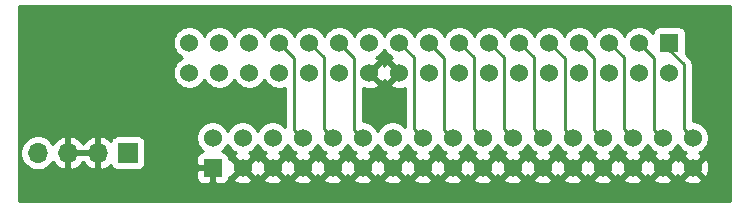
<source format=gbr>
G04 #@! TF.GenerationSoftware,KiCad,Pcbnew,(5.1.5-0-10_14)*
G04 #@! TF.CreationDate,2020-02-19T18:23:43+11:00*
G04 #@! TF.ProjectId,HX Internal Gotek Adpater,48582049-6e74-4657-926e-616c20476f74,rev?*
G04 #@! TF.SameCoordinates,Original*
G04 #@! TF.FileFunction,Copper,L1,Top*
G04 #@! TF.FilePolarity,Positive*
%FSLAX46Y46*%
G04 Gerber Fmt 4.6, Leading zero omitted, Abs format (unit mm)*
G04 Created by KiCad (PCBNEW (5.1.5-0-10_14)) date 2020-02-19 18:23:43*
%MOMM*%
%LPD*%
G04 APERTURE LIST*
%ADD10C,1.524000*%
%ADD11R,1.524000X1.524000*%
%ADD12O,1.700000X1.700000*%
%ADD13R,1.700000X1.700000*%
%ADD14C,0.250000*%
%ADD15C,0.254000*%
G04 APERTURE END LIST*
D10*
X30289500Y-26606500D03*
X30289500Y-24066500D03*
X32829500Y-26606500D03*
X32829500Y-24066500D03*
X35369500Y-26606500D03*
X35369500Y-24066500D03*
X37909500Y-26606500D03*
X37909500Y-24066500D03*
X42989500Y-26606500D03*
X42989500Y-24066500D03*
X45529500Y-26606500D03*
X45529500Y-24066500D03*
D11*
X70929500Y-24066500D03*
D10*
X68389500Y-24066500D03*
X65849500Y-24066500D03*
X63309500Y-24066500D03*
X60769500Y-24066500D03*
X58229500Y-24066500D03*
X55689500Y-24066500D03*
X53149500Y-24066500D03*
X50609500Y-24066500D03*
X48069500Y-24066500D03*
X48069500Y-26606500D03*
X50609500Y-26606500D03*
X53149500Y-26606500D03*
X55689500Y-26606500D03*
X58229500Y-26606500D03*
X60769500Y-26606500D03*
X63309500Y-26606500D03*
X65849500Y-26606500D03*
X68389500Y-26606500D03*
X70929500Y-26606500D03*
X40449500Y-24066500D03*
X40449500Y-26606500D03*
X42418000Y-32131000D03*
X42418000Y-34671000D03*
X72898000Y-32131000D03*
X70358000Y-32131000D03*
X67818000Y-32131000D03*
X65278000Y-32131000D03*
X62738000Y-32131000D03*
X60198000Y-32131000D03*
X57658000Y-32131000D03*
X55118000Y-32131000D03*
X52578000Y-32131000D03*
X50038000Y-32131000D03*
X50038000Y-34671000D03*
X52578000Y-34671000D03*
X55118000Y-34671000D03*
X57658000Y-34671000D03*
X60198000Y-34671000D03*
X62738000Y-34671000D03*
X65278000Y-34671000D03*
X67818000Y-34671000D03*
X70358000Y-34671000D03*
X72898000Y-34671000D03*
X47498000Y-34671000D03*
X47498000Y-32131000D03*
X44958000Y-34671000D03*
X44958000Y-32131000D03*
X39878000Y-34671000D03*
X39878000Y-32131000D03*
X37338000Y-34671000D03*
X37338000Y-32131000D03*
X34798000Y-34671000D03*
X34798000Y-32131000D03*
D11*
X32258000Y-34671000D03*
D10*
X32258000Y-32131000D03*
D12*
X17462500Y-33401000D03*
X20002500Y-33401000D03*
X22542500Y-33401000D03*
D13*
X25082500Y-33401000D03*
D14*
X69659500Y-31432500D02*
X70358000Y-32131000D01*
X69659500Y-25336500D02*
X69659500Y-31432500D01*
X68389500Y-24066500D02*
X69659500Y-25336500D01*
X67056001Y-31369001D02*
X67818000Y-32131000D01*
X67056001Y-25273001D02*
X67056001Y-31369001D01*
X65849500Y-24066500D02*
X67056001Y-25273001D01*
X64579500Y-31432500D02*
X65278000Y-32131000D01*
X64579500Y-25336500D02*
X64579500Y-31432500D01*
X63309500Y-24066500D02*
X64579500Y-25336500D01*
X58229500Y-24066500D02*
X59436000Y-25273000D01*
X59436001Y-31369001D02*
X60198000Y-32131000D01*
X59436000Y-25273000D02*
X59436001Y-31369001D01*
X55689500Y-24066500D02*
X56896000Y-25273000D01*
X56896001Y-31369001D02*
X57658000Y-32131000D01*
X56896000Y-25273000D02*
X56896001Y-31369001D01*
X53149500Y-24066500D02*
X54356000Y-25273000D01*
X54356001Y-31369001D02*
X55118000Y-32131000D01*
X54356000Y-25273000D02*
X54356001Y-31369001D01*
X51879500Y-31432500D02*
X52578000Y-32131000D01*
X51879500Y-25336500D02*
X51879500Y-31432500D01*
X50609500Y-24066500D02*
X51879500Y-25336500D01*
X48069500Y-24066500D02*
X49276000Y-25273000D01*
X49276001Y-31369001D02*
X50038000Y-32131000D01*
X49276000Y-25273000D02*
X49276001Y-31369001D01*
X44259500Y-31432500D02*
X44958000Y-32131000D01*
X44259500Y-25336500D02*
X44259500Y-31432500D01*
X42989500Y-24066500D02*
X44259500Y-25336500D01*
X41656001Y-31369001D02*
X42418000Y-32131000D01*
X41656001Y-25273001D02*
X41656001Y-31369001D01*
X40449500Y-24066500D02*
X41656001Y-25273001D01*
X39179500Y-31432500D02*
X39878000Y-32131000D01*
X39179500Y-25336500D02*
X39179500Y-31432500D01*
X37909500Y-24066500D02*
X39179500Y-25336500D01*
X62103000Y-31496000D02*
X62738000Y-32131000D01*
X62103000Y-25400000D02*
X62103000Y-31496000D01*
X60769500Y-24066500D02*
X62103000Y-25400000D01*
X72136000Y-31369000D02*
X72898000Y-32131000D01*
X72136000Y-25908000D02*
X72136000Y-31369000D01*
X70929500Y-24701500D02*
X72136000Y-25908000D01*
X70929500Y-24066500D02*
X70929500Y-24701500D01*
D15*
G36*
X76048001Y-37440000D02*
G01*
X15900000Y-37440000D01*
X15900000Y-35433000D01*
X30857928Y-35433000D01*
X30870188Y-35557482D01*
X30906498Y-35677180D01*
X30965463Y-35787494D01*
X31044815Y-35884185D01*
X31141506Y-35963537D01*
X31251820Y-36022502D01*
X31371518Y-36058812D01*
X31496000Y-36071072D01*
X31972250Y-36068000D01*
X32131000Y-35909250D01*
X32131000Y-34798000D01*
X31019750Y-34798000D01*
X30861000Y-34956750D01*
X30857928Y-35433000D01*
X15900000Y-35433000D01*
X15900000Y-33254740D01*
X15977500Y-33254740D01*
X15977500Y-33547260D01*
X16034568Y-33834158D01*
X16146510Y-34104411D01*
X16309025Y-34347632D01*
X16515868Y-34554475D01*
X16759089Y-34716990D01*
X17029342Y-34828932D01*
X17316240Y-34886000D01*
X17608760Y-34886000D01*
X17895658Y-34828932D01*
X18165911Y-34716990D01*
X18409132Y-34554475D01*
X18615975Y-34347632D01*
X18737695Y-34165466D01*
X18807322Y-34282355D01*
X19002231Y-34498588D01*
X19235580Y-34672641D01*
X19498401Y-34797825D01*
X19645610Y-34842476D01*
X19875500Y-34721155D01*
X19875500Y-33528000D01*
X20129500Y-33528000D01*
X20129500Y-34721155D01*
X20359390Y-34842476D01*
X20506599Y-34797825D01*
X20769420Y-34672641D01*
X21002769Y-34498588D01*
X21197678Y-34282355D01*
X21272500Y-34156745D01*
X21347322Y-34282355D01*
X21542231Y-34498588D01*
X21775580Y-34672641D01*
X22038401Y-34797825D01*
X22185610Y-34842476D01*
X22415500Y-34721155D01*
X22415500Y-33528000D01*
X20129500Y-33528000D01*
X19875500Y-33528000D01*
X19855500Y-33528000D01*
X19855500Y-33274000D01*
X19875500Y-33274000D01*
X19875500Y-32080845D01*
X20129500Y-32080845D01*
X20129500Y-33274000D01*
X22415500Y-33274000D01*
X22415500Y-32080845D01*
X22669500Y-32080845D01*
X22669500Y-33274000D01*
X22689500Y-33274000D01*
X22689500Y-33528000D01*
X22669500Y-33528000D01*
X22669500Y-34721155D01*
X22899390Y-34842476D01*
X23046599Y-34797825D01*
X23309420Y-34672641D01*
X23542769Y-34498588D01*
X23618534Y-34414534D01*
X23642998Y-34495180D01*
X23701963Y-34605494D01*
X23781315Y-34702185D01*
X23878006Y-34781537D01*
X23988320Y-34840502D01*
X24108018Y-34876812D01*
X24232500Y-34889072D01*
X25932500Y-34889072D01*
X26056982Y-34876812D01*
X26176680Y-34840502D01*
X26286994Y-34781537D01*
X26383685Y-34702185D01*
X26463037Y-34605494D01*
X26522002Y-34495180D01*
X26558312Y-34375482D01*
X26570572Y-34251000D01*
X26570572Y-32551000D01*
X26558312Y-32426518D01*
X26522002Y-32306820D01*
X26463037Y-32196506D01*
X26383685Y-32099815D01*
X26286994Y-32020463D01*
X26176680Y-31961498D01*
X26056982Y-31925188D01*
X25932500Y-31912928D01*
X24232500Y-31912928D01*
X24108018Y-31925188D01*
X23988320Y-31961498D01*
X23878006Y-32020463D01*
X23781315Y-32099815D01*
X23701963Y-32196506D01*
X23642998Y-32306820D01*
X23618534Y-32387466D01*
X23542769Y-32303412D01*
X23309420Y-32129359D01*
X23046599Y-32004175D01*
X22899390Y-31959524D01*
X22669500Y-32080845D01*
X22415500Y-32080845D01*
X22185610Y-31959524D01*
X22038401Y-32004175D01*
X21775580Y-32129359D01*
X21542231Y-32303412D01*
X21347322Y-32519645D01*
X21272500Y-32645255D01*
X21197678Y-32519645D01*
X21002769Y-32303412D01*
X20769420Y-32129359D01*
X20506599Y-32004175D01*
X20359390Y-31959524D01*
X20129500Y-32080845D01*
X19875500Y-32080845D01*
X19645610Y-31959524D01*
X19498401Y-32004175D01*
X19235580Y-32129359D01*
X19002231Y-32303412D01*
X18807322Y-32519645D01*
X18737695Y-32636534D01*
X18615975Y-32454368D01*
X18409132Y-32247525D01*
X18165911Y-32085010D01*
X17895658Y-31973068D01*
X17608760Y-31916000D01*
X17316240Y-31916000D01*
X17029342Y-31973068D01*
X16759089Y-32085010D01*
X16515868Y-32247525D01*
X16309025Y-32454368D01*
X16146510Y-32697589D01*
X16034568Y-32967842D01*
X15977500Y-33254740D01*
X15900000Y-33254740D01*
X15900000Y-23928908D01*
X28892500Y-23928908D01*
X28892500Y-24204092D01*
X28946186Y-24473990D01*
X29051495Y-24728227D01*
X29204380Y-24957035D01*
X29398965Y-25151620D01*
X29627773Y-25304505D01*
X29705015Y-25336500D01*
X29627773Y-25368495D01*
X29398965Y-25521380D01*
X29204380Y-25715965D01*
X29051495Y-25944773D01*
X28946186Y-26199010D01*
X28892500Y-26468908D01*
X28892500Y-26744092D01*
X28946186Y-27013990D01*
X29051495Y-27268227D01*
X29204380Y-27497035D01*
X29398965Y-27691620D01*
X29627773Y-27844505D01*
X29882010Y-27949814D01*
X30151908Y-28003500D01*
X30427092Y-28003500D01*
X30696990Y-27949814D01*
X30951227Y-27844505D01*
X31180035Y-27691620D01*
X31374620Y-27497035D01*
X31527505Y-27268227D01*
X31559500Y-27190985D01*
X31591495Y-27268227D01*
X31744380Y-27497035D01*
X31938965Y-27691620D01*
X32167773Y-27844505D01*
X32422010Y-27949814D01*
X32691908Y-28003500D01*
X32967092Y-28003500D01*
X33236990Y-27949814D01*
X33491227Y-27844505D01*
X33720035Y-27691620D01*
X33914620Y-27497035D01*
X34067505Y-27268227D01*
X34099500Y-27190985D01*
X34131495Y-27268227D01*
X34284380Y-27497035D01*
X34478965Y-27691620D01*
X34707773Y-27844505D01*
X34962010Y-27949814D01*
X35231908Y-28003500D01*
X35507092Y-28003500D01*
X35776990Y-27949814D01*
X36031227Y-27844505D01*
X36260035Y-27691620D01*
X36454620Y-27497035D01*
X36607505Y-27268227D01*
X36639500Y-27190985D01*
X36671495Y-27268227D01*
X36824380Y-27497035D01*
X37018965Y-27691620D01*
X37247773Y-27844505D01*
X37502010Y-27949814D01*
X37771908Y-28003500D01*
X38047092Y-28003500D01*
X38316990Y-27949814D01*
X38419500Y-27907353D01*
X38419501Y-31236846D01*
X38228535Y-31045880D01*
X37999727Y-30892995D01*
X37745490Y-30787686D01*
X37475592Y-30734000D01*
X37200408Y-30734000D01*
X36930510Y-30787686D01*
X36676273Y-30892995D01*
X36447465Y-31045880D01*
X36252880Y-31240465D01*
X36099995Y-31469273D01*
X36068000Y-31546515D01*
X36036005Y-31469273D01*
X35883120Y-31240465D01*
X35688535Y-31045880D01*
X35459727Y-30892995D01*
X35205490Y-30787686D01*
X34935592Y-30734000D01*
X34660408Y-30734000D01*
X34390510Y-30787686D01*
X34136273Y-30892995D01*
X33907465Y-31045880D01*
X33712880Y-31240465D01*
X33559995Y-31469273D01*
X33528000Y-31546515D01*
X33496005Y-31469273D01*
X33343120Y-31240465D01*
X33148535Y-31045880D01*
X32919727Y-30892995D01*
X32665490Y-30787686D01*
X32395592Y-30734000D01*
X32120408Y-30734000D01*
X31850510Y-30787686D01*
X31596273Y-30892995D01*
X31367465Y-31045880D01*
X31172880Y-31240465D01*
X31019995Y-31469273D01*
X30914686Y-31723510D01*
X30861000Y-31993408D01*
X30861000Y-32268592D01*
X30914686Y-32538490D01*
X31019995Y-32792727D01*
X31172880Y-33021535D01*
X31367465Y-33216120D01*
X31455465Y-33274920D01*
X31371518Y-33283188D01*
X31251820Y-33319498D01*
X31141506Y-33378463D01*
X31044815Y-33457815D01*
X30965463Y-33554506D01*
X30906498Y-33664820D01*
X30870188Y-33784518D01*
X30857928Y-33909000D01*
X30861000Y-34385250D01*
X31019750Y-34544000D01*
X32131000Y-34544000D01*
X32131000Y-34524000D01*
X32385000Y-34524000D01*
X32385000Y-34544000D01*
X32405000Y-34544000D01*
X32405000Y-34798000D01*
X32385000Y-34798000D01*
X32385000Y-35909250D01*
X32543750Y-36068000D01*
X33020000Y-36071072D01*
X33144482Y-36058812D01*
X33264180Y-36022502D01*
X33374494Y-35963537D01*
X33471185Y-35884185D01*
X33550537Y-35787494D01*
X33609502Y-35677180D01*
X33621822Y-35636565D01*
X34012040Y-35636565D01*
X34079020Y-35876656D01*
X34328048Y-35993756D01*
X34595135Y-36060023D01*
X34870017Y-36072910D01*
X35142133Y-36031922D01*
X35401023Y-35938636D01*
X35516980Y-35876656D01*
X35583960Y-35636565D01*
X36552040Y-35636565D01*
X36619020Y-35876656D01*
X36868048Y-35993756D01*
X37135135Y-36060023D01*
X37410017Y-36072910D01*
X37682133Y-36031922D01*
X37941023Y-35938636D01*
X38056980Y-35876656D01*
X38123960Y-35636565D01*
X39092040Y-35636565D01*
X39159020Y-35876656D01*
X39408048Y-35993756D01*
X39675135Y-36060023D01*
X39950017Y-36072910D01*
X40222133Y-36031922D01*
X40481023Y-35938636D01*
X40596980Y-35876656D01*
X40663960Y-35636565D01*
X41632040Y-35636565D01*
X41699020Y-35876656D01*
X41948048Y-35993756D01*
X42215135Y-36060023D01*
X42490017Y-36072910D01*
X42762133Y-36031922D01*
X43021023Y-35938636D01*
X43136980Y-35876656D01*
X43203960Y-35636565D01*
X44172040Y-35636565D01*
X44239020Y-35876656D01*
X44488048Y-35993756D01*
X44755135Y-36060023D01*
X45030017Y-36072910D01*
X45302133Y-36031922D01*
X45561023Y-35938636D01*
X45676980Y-35876656D01*
X45743960Y-35636565D01*
X46712040Y-35636565D01*
X46779020Y-35876656D01*
X47028048Y-35993756D01*
X47295135Y-36060023D01*
X47570017Y-36072910D01*
X47842133Y-36031922D01*
X48101023Y-35938636D01*
X48216980Y-35876656D01*
X48283960Y-35636565D01*
X49252040Y-35636565D01*
X49319020Y-35876656D01*
X49568048Y-35993756D01*
X49835135Y-36060023D01*
X50110017Y-36072910D01*
X50382133Y-36031922D01*
X50641023Y-35938636D01*
X50756980Y-35876656D01*
X50823960Y-35636565D01*
X51792040Y-35636565D01*
X51859020Y-35876656D01*
X52108048Y-35993756D01*
X52375135Y-36060023D01*
X52650017Y-36072910D01*
X52922133Y-36031922D01*
X53181023Y-35938636D01*
X53296980Y-35876656D01*
X53363960Y-35636565D01*
X54332040Y-35636565D01*
X54399020Y-35876656D01*
X54648048Y-35993756D01*
X54915135Y-36060023D01*
X55190017Y-36072910D01*
X55462133Y-36031922D01*
X55721023Y-35938636D01*
X55836980Y-35876656D01*
X55903960Y-35636565D01*
X56872040Y-35636565D01*
X56939020Y-35876656D01*
X57188048Y-35993756D01*
X57455135Y-36060023D01*
X57730017Y-36072910D01*
X58002133Y-36031922D01*
X58261023Y-35938636D01*
X58376980Y-35876656D01*
X58443960Y-35636565D01*
X59412040Y-35636565D01*
X59479020Y-35876656D01*
X59728048Y-35993756D01*
X59995135Y-36060023D01*
X60270017Y-36072910D01*
X60542133Y-36031922D01*
X60801023Y-35938636D01*
X60916980Y-35876656D01*
X60983960Y-35636565D01*
X61952040Y-35636565D01*
X62019020Y-35876656D01*
X62268048Y-35993756D01*
X62535135Y-36060023D01*
X62810017Y-36072910D01*
X63082133Y-36031922D01*
X63341023Y-35938636D01*
X63456980Y-35876656D01*
X63523960Y-35636565D01*
X64492040Y-35636565D01*
X64559020Y-35876656D01*
X64808048Y-35993756D01*
X65075135Y-36060023D01*
X65350017Y-36072910D01*
X65622133Y-36031922D01*
X65881023Y-35938636D01*
X65996980Y-35876656D01*
X66063960Y-35636565D01*
X67032040Y-35636565D01*
X67099020Y-35876656D01*
X67348048Y-35993756D01*
X67615135Y-36060023D01*
X67890017Y-36072910D01*
X68162133Y-36031922D01*
X68421023Y-35938636D01*
X68536980Y-35876656D01*
X68603960Y-35636565D01*
X69572040Y-35636565D01*
X69639020Y-35876656D01*
X69888048Y-35993756D01*
X70155135Y-36060023D01*
X70430017Y-36072910D01*
X70702133Y-36031922D01*
X70961023Y-35938636D01*
X71076980Y-35876656D01*
X71143960Y-35636565D01*
X72112040Y-35636565D01*
X72179020Y-35876656D01*
X72428048Y-35993756D01*
X72695135Y-36060023D01*
X72970017Y-36072910D01*
X73242133Y-36031922D01*
X73501023Y-35938636D01*
X73616980Y-35876656D01*
X73683960Y-35636565D01*
X72898000Y-34850605D01*
X72112040Y-35636565D01*
X71143960Y-35636565D01*
X70358000Y-34850605D01*
X69572040Y-35636565D01*
X68603960Y-35636565D01*
X67818000Y-34850605D01*
X67032040Y-35636565D01*
X66063960Y-35636565D01*
X65278000Y-34850605D01*
X64492040Y-35636565D01*
X63523960Y-35636565D01*
X62738000Y-34850605D01*
X61952040Y-35636565D01*
X60983960Y-35636565D01*
X60198000Y-34850605D01*
X59412040Y-35636565D01*
X58443960Y-35636565D01*
X57658000Y-34850605D01*
X56872040Y-35636565D01*
X55903960Y-35636565D01*
X55118000Y-34850605D01*
X54332040Y-35636565D01*
X53363960Y-35636565D01*
X52578000Y-34850605D01*
X51792040Y-35636565D01*
X50823960Y-35636565D01*
X50038000Y-34850605D01*
X49252040Y-35636565D01*
X48283960Y-35636565D01*
X47498000Y-34850605D01*
X46712040Y-35636565D01*
X45743960Y-35636565D01*
X44958000Y-34850605D01*
X44172040Y-35636565D01*
X43203960Y-35636565D01*
X42418000Y-34850605D01*
X41632040Y-35636565D01*
X40663960Y-35636565D01*
X39878000Y-34850605D01*
X39092040Y-35636565D01*
X38123960Y-35636565D01*
X37338000Y-34850605D01*
X36552040Y-35636565D01*
X35583960Y-35636565D01*
X34798000Y-34850605D01*
X34012040Y-35636565D01*
X33621822Y-35636565D01*
X33645812Y-35557482D01*
X33658072Y-35433000D01*
X33657912Y-35408272D01*
X33832435Y-35456960D01*
X34618395Y-34671000D01*
X34977605Y-34671000D01*
X35763565Y-35456960D01*
X36003656Y-35389980D01*
X36065079Y-35259356D01*
X36070364Y-35274023D01*
X36132344Y-35389980D01*
X36372435Y-35456960D01*
X37158395Y-34671000D01*
X37517605Y-34671000D01*
X38303565Y-35456960D01*
X38543656Y-35389980D01*
X38605079Y-35259356D01*
X38610364Y-35274023D01*
X38672344Y-35389980D01*
X38912435Y-35456960D01*
X39698395Y-34671000D01*
X40057605Y-34671000D01*
X40843565Y-35456960D01*
X41083656Y-35389980D01*
X41145079Y-35259356D01*
X41150364Y-35274023D01*
X41212344Y-35389980D01*
X41452435Y-35456960D01*
X42238395Y-34671000D01*
X42597605Y-34671000D01*
X43383565Y-35456960D01*
X43623656Y-35389980D01*
X43685079Y-35259356D01*
X43690364Y-35274023D01*
X43752344Y-35389980D01*
X43992435Y-35456960D01*
X44778395Y-34671000D01*
X45137605Y-34671000D01*
X45923565Y-35456960D01*
X46163656Y-35389980D01*
X46225079Y-35259356D01*
X46230364Y-35274023D01*
X46292344Y-35389980D01*
X46532435Y-35456960D01*
X47318395Y-34671000D01*
X47677605Y-34671000D01*
X48463565Y-35456960D01*
X48703656Y-35389980D01*
X48765079Y-35259356D01*
X48770364Y-35274023D01*
X48832344Y-35389980D01*
X49072435Y-35456960D01*
X49858395Y-34671000D01*
X50217605Y-34671000D01*
X51003565Y-35456960D01*
X51243656Y-35389980D01*
X51305079Y-35259356D01*
X51310364Y-35274023D01*
X51372344Y-35389980D01*
X51612435Y-35456960D01*
X52398395Y-34671000D01*
X52757605Y-34671000D01*
X53543565Y-35456960D01*
X53783656Y-35389980D01*
X53845079Y-35259356D01*
X53850364Y-35274023D01*
X53912344Y-35389980D01*
X54152435Y-35456960D01*
X54938395Y-34671000D01*
X55297605Y-34671000D01*
X56083565Y-35456960D01*
X56323656Y-35389980D01*
X56385079Y-35259356D01*
X56390364Y-35274023D01*
X56452344Y-35389980D01*
X56692435Y-35456960D01*
X57478395Y-34671000D01*
X57837605Y-34671000D01*
X58623565Y-35456960D01*
X58863656Y-35389980D01*
X58925079Y-35259356D01*
X58930364Y-35274023D01*
X58992344Y-35389980D01*
X59232435Y-35456960D01*
X60018395Y-34671000D01*
X60377605Y-34671000D01*
X61163565Y-35456960D01*
X61403656Y-35389980D01*
X61465079Y-35259356D01*
X61470364Y-35274023D01*
X61532344Y-35389980D01*
X61772435Y-35456960D01*
X62558395Y-34671000D01*
X62917605Y-34671000D01*
X63703565Y-35456960D01*
X63943656Y-35389980D01*
X64005079Y-35259356D01*
X64010364Y-35274023D01*
X64072344Y-35389980D01*
X64312435Y-35456960D01*
X65098395Y-34671000D01*
X65457605Y-34671000D01*
X66243565Y-35456960D01*
X66483656Y-35389980D01*
X66545079Y-35259356D01*
X66550364Y-35274023D01*
X66612344Y-35389980D01*
X66852435Y-35456960D01*
X67638395Y-34671000D01*
X67997605Y-34671000D01*
X68783565Y-35456960D01*
X69023656Y-35389980D01*
X69085079Y-35259356D01*
X69090364Y-35274023D01*
X69152344Y-35389980D01*
X69392435Y-35456960D01*
X70178395Y-34671000D01*
X70537605Y-34671000D01*
X71323565Y-35456960D01*
X71563656Y-35389980D01*
X71625079Y-35259356D01*
X71630364Y-35274023D01*
X71692344Y-35389980D01*
X71932435Y-35456960D01*
X72718395Y-34671000D01*
X73077605Y-34671000D01*
X73863565Y-35456960D01*
X74103656Y-35389980D01*
X74220756Y-35140952D01*
X74287023Y-34873865D01*
X74299910Y-34598983D01*
X74258922Y-34326867D01*
X74165636Y-34067977D01*
X74103656Y-33952020D01*
X73863565Y-33885040D01*
X73077605Y-34671000D01*
X72718395Y-34671000D01*
X71932435Y-33885040D01*
X71692344Y-33952020D01*
X71630921Y-34082644D01*
X71625636Y-34067977D01*
X71563656Y-33952020D01*
X71323565Y-33885040D01*
X70537605Y-34671000D01*
X70178395Y-34671000D01*
X69392435Y-33885040D01*
X69152344Y-33952020D01*
X69090921Y-34082644D01*
X69085636Y-34067977D01*
X69023656Y-33952020D01*
X68783565Y-33885040D01*
X67997605Y-34671000D01*
X67638395Y-34671000D01*
X66852435Y-33885040D01*
X66612344Y-33952020D01*
X66550921Y-34082644D01*
X66545636Y-34067977D01*
X66483656Y-33952020D01*
X66243565Y-33885040D01*
X65457605Y-34671000D01*
X65098395Y-34671000D01*
X64312435Y-33885040D01*
X64072344Y-33952020D01*
X64010921Y-34082644D01*
X64005636Y-34067977D01*
X63943656Y-33952020D01*
X63703565Y-33885040D01*
X62917605Y-34671000D01*
X62558395Y-34671000D01*
X61772435Y-33885040D01*
X61532344Y-33952020D01*
X61470921Y-34082644D01*
X61465636Y-34067977D01*
X61403656Y-33952020D01*
X61163565Y-33885040D01*
X60377605Y-34671000D01*
X60018395Y-34671000D01*
X59232435Y-33885040D01*
X58992344Y-33952020D01*
X58930921Y-34082644D01*
X58925636Y-34067977D01*
X58863656Y-33952020D01*
X58623565Y-33885040D01*
X57837605Y-34671000D01*
X57478395Y-34671000D01*
X56692435Y-33885040D01*
X56452344Y-33952020D01*
X56390921Y-34082644D01*
X56385636Y-34067977D01*
X56323656Y-33952020D01*
X56083565Y-33885040D01*
X55297605Y-34671000D01*
X54938395Y-34671000D01*
X54152435Y-33885040D01*
X53912344Y-33952020D01*
X53850921Y-34082644D01*
X53845636Y-34067977D01*
X53783656Y-33952020D01*
X53543565Y-33885040D01*
X52757605Y-34671000D01*
X52398395Y-34671000D01*
X51612435Y-33885040D01*
X51372344Y-33952020D01*
X51310921Y-34082644D01*
X51305636Y-34067977D01*
X51243656Y-33952020D01*
X51003565Y-33885040D01*
X50217605Y-34671000D01*
X49858395Y-34671000D01*
X49072435Y-33885040D01*
X48832344Y-33952020D01*
X48770921Y-34082644D01*
X48765636Y-34067977D01*
X48703656Y-33952020D01*
X48463565Y-33885040D01*
X47677605Y-34671000D01*
X47318395Y-34671000D01*
X46532435Y-33885040D01*
X46292344Y-33952020D01*
X46230921Y-34082644D01*
X46225636Y-34067977D01*
X46163656Y-33952020D01*
X45923565Y-33885040D01*
X45137605Y-34671000D01*
X44778395Y-34671000D01*
X43992435Y-33885040D01*
X43752344Y-33952020D01*
X43690921Y-34082644D01*
X43685636Y-34067977D01*
X43623656Y-33952020D01*
X43383565Y-33885040D01*
X42597605Y-34671000D01*
X42238395Y-34671000D01*
X41452435Y-33885040D01*
X41212344Y-33952020D01*
X41150921Y-34082644D01*
X41145636Y-34067977D01*
X41083656Y-33952020D01*
X40843565Y-33885040D01*
X40057605Y-34671000D01*
X39698395Y-34671000D01*
X38912435Y-33885040D01*
X38672344Y-33952020D01*
X38610921Y-34082644D01*
X38605636Y-34067977D01*
X38543656Y-33952020D01*
X38303565Y-33885040D01*
X37517605Y-34671000D01*
X37158395Y-34671000D01*
X36372435Y-33885040D01*
X36132344Y-33952020D01*
X36070921Y-34082644D01*
X36065636Y-34067977D01*
X36003656Y-33952020D01*
X35763565Y-33885040D01*
X34977605Y-34671000D01*
X34618395Y-34671000D01*
X33832435Y-33885040D01*
X33657912Y-33933728D01*
X33658072Y-33909000D01*
X33645812Y-33784518D01*
X33609502Y-33664820D01*
X33550537Y-33554506D01*
X33471185Y-33457815D01*
X33374494Y-33378463D01*
X33264180Y-33319498D01*
X33144482Y-33283188D01*
X33060535Y-33274920D01*
X33148535Y-33216120D01*
X33343120Y-33021535D01*
X33496005Y-32792727D01*
X33528000Y-32715485D01*
X33559995Y-32792727D01*
X33712880Y-33021535D01*
X33907465Y-33216120D01*
X34136273Y-33369005D01*
X34207943Y-33398692D01*
X34194977Y-33403364D01*
X34079020Y-33465344D01*
X34012040Y-33705435D01*
X34798000Y-34491395D01*
X35583960Y-33705435D01*
X35516980Y-33465344D01*
X35381240Y-33401515D01*
X35459727Y-33369005D01*
X35688535Y-33216120D01*
X35883120Y-33021535D01*
X36036005Y-32792727D01*
X36068000Y-32715485D01*
X36099995Y-32792727D01*
X36252880Y-33021535D01*
X36447465Y-33216120D01*
X36676273Y-33369005D01*
X36747943Y-33398692D01*
X36734977Y-33403364D01*
X36619020Y-33465344D01*
X36552040Y-33705435D01*
X37338000Y-34491395D01*
X38123960Y-33705435D01*
X38056980Y-33465344D01*
X37921240Y-33401515D01*
X37999727Y-33369005D01*
X38228535Y-33216120D01*
X38423120Y-33021535D01*
X38576005Y-32792727D01*
X38608000Y-32715485D01*
X38639995Y-32792727D01*
X38792880Y-33021535D01*
X38987465Y-33216120D01*
X39216273Y-33369005D01*
X39287943Y-33398692D01*
X39274977Y-33403364D01*
X39159020Y-33465344D01*
X39092040Y-33705435D01*
X39878000Y-34491395D01*
X40663960Y-33705435D01*
X40596980Y-33465344D01*
X40461240Y-33401515D01*
X40539727Y-33369005D01*
X40768535Y-33216120D01*
X40963120Y-33021535D01*
X41116005Y-32792727D01*
X41148000Y-32715485D01*
X41179995Y-32792727D01*
X41332880Y-33021535D01*
X41527465Y-33216120D01*
X41756273Y-33369005D01*
X41827943Y-33398692D01*
X41814977Y-33403364D01*
X41699020Y-33465344D01*
X41632040Y-33705435D01*
X42418000Y-34491395D01*
X43203960Y-33705435D01*
X43136980Y-33465344D01*
X43001240Y-33401515D01*
X43079727Y-33369005D01*
X43308535Y-33216120D01*
X43503120Y-33021535D01*
X43656005Y-32792727D01*
X43688000Y-32715485D01*
X43719995Y-32792727D01*
X43872880Y-33021535D01*
X44067465Y-33216120D01*
X44296273Y-33369005D01*
X44367943Y-33398692D01*
X44354977Y-33403364D01*
X44239020Y-33465344D01*
X44172040Y-33705435D01*
X44958000Y-34491395D01*
X45743960Y-33705435D01*
X45676980Y-33465344D01*
X45541240Y-33401515D01*
X45619727Y-33369005D01*
X45848535Y-33216120D01*
X46043120Y-33021535D01*
X46196005Y-32792727D01*
X46228000Y-32715485D01*
X46259995Y-32792727D01*
X46412880Y-33021535D01*
X46607465Y-33216120D01*
X46836273Y-33369005D01*
X46907943Y-33398692D01*
X46894977Y-33403364D01*
X46779020Y-33465344D01*
X46712040Y-33705435D01*
X47498000Y-34491395D01*
X48283960Y-33705435D01*
X48216980Y-33465344D01*
X48081240Y-33401515D01*
X48159727Y-33369005D01*
X48388535Y-33216120D01*
X48583120Y-33021535D01*
X48736005Y-32792727D01*
X48768000Y-32715485D01*
X48799995Y-32792727D01*
X48952880Y-33021535D01*
X49147465Y-33216120D01*
X49376273Y-33369005D01*
X49447943Y-33398692D01*
X49434977Y-33403364D01*
X49319020Y-33465344D01*
X49252040Y-33705435D01*
X50038000Y-34491395D01*
X50823960Y-33705435D01*
X50756980Y-33465344D01*
X50621240Y-33401515D01*
X50699727Y-33369005D01*
X50928535Y-33216120D01*
X51123120Y-33021535D01*
X51276005Y-32792727D01*
X51308000Y-32715485D01*
X51339995Y-32792727D01*
X51492880Y-33021535D01*
X51687465Y-33216120D01*
X51916273Y-33369005D01*
X51987943Y-33398692D01*
X51974977Y-33403364D01*
X51859020Y-33465344D01*
X51792040Y-33705435D01*
X52578000Y-34491395D01*
X53363960Y-33705435D01*
X53296980Y-33465344D01*
X53161240Y-33401515D01*
X53239727Y-33369005D01*
X53468535Y-33216120D01*
X53663120Y-33021535D01*
X53816005Y-32792727D01*
X53848000Y-32715485D01*
X53879995Y-32792727D01*
X54032880Y-33021535D01*
X54227465Y-33216120D01*
X54456273Y-33369005D01*
X54527943Y-33398692D01*
X54514977Y-33403364D01*
X54399020Y-33465344D01*
X54332040Y-33705435D01*
X55118000Y-34491395D01*
X55903960Y-33705435D01*
X55836980Y-33465344D01*
X55701240Y-33401515D01*
X55779727Y-33369005D01*
X56008535Y-33216120D01*
X56203120Y-33021535D01*
X56356005Y-32792727D01*
X56388000Y-32715485D01*
X56419995Y-32792727D01*
X56572880Y-33021535D01*
X56767465Y-33216120D01*
X56996273Y-33369005D01*
X57067943Y-33398692D01*
X57054977Y-33403364D01*
X56939020Y-33465344D01*
X56872040Y-33705435D01*
X57658000Y-34491395D01*
X58443960Y-33705435D01*
X58376980Y-33465344D01*
X58241240Y-33401515D01*
X58319727Y-33369005D01*
X58548535Y-33216120D01*
X58743120Y-33021535D01*
X58896005Y-32792727D01*
X58928000Y-32715485D01*
X58959995Y-32792727D01*
X59112880Y-33021535D01*
X59307465Y-33216120D01*
X59536273Y-33369005D01*
X59607943Y-33398692D01*
X59594977Y-33403364D01*
X59479020Y-33465344D01*
X59412040Y-33705435D01*
X60198000Y-34491395D01*
X60983960Y-33705435D01*
X60916980Y-33465344D01*
X60781240Y-33401515D01*
X60859727Y-33369005D01*
X61088535Y-33216120D01*
X61283120Y-33021535D01*
X61436005Y-32792727D01*
X61468000Y-32715485D01*
X61499995Y-32792727D01*
X61652880Y-33021535D01*
X61847465Y-33216120D01*
X62076273Y-33369005D01*
X62147943Y-33398692D01*
X62134977Y-33403364D01*
X62019020Y-33465344D01*
X61952040Y-33705435D01*
X62738000Y-34491395D01*
X63523960Y-33705435D01*
X63456980Y-33465344D01*
X63321240Y-33401515D01*
X63399727Y-33369005D01*
X63628535Y-33216120D01*
X63823120Y-33021535D01*
X63976005Y-32792727D01*
X64008000Y-32715485D01*
X64039995Y-32792727D01*
X64192880Y-33021535D01*
X64387465Y-33216120D01*
X64616273Y-33369005D01*
X64687943Y-33398692D01*
X64674977Y-33403364D01*
X64559020Y-33465344D01*
X64492040Y-33705435D01*
X65278000Y-34491395D01*
X66063960Y-33705435D01*
X65996980Y-33465344D01*
X65861240Y-33401515D01*
X65939727Y-33369005D01*
X66168535Y-33216120D01*
X66363120Y-33021535D01*
X66516005Y-32792727D01*
X66548000Y-32715485D01*
X66579995Y-32792727D01*
X66732880Y-33021535D01*
X66927465Y-33216120D01*
X67156273Y-33369005D01*
X67227943Y-33398692D01*
X67214977Y-33403364D01*
X67099020Y-33465344D01*
X67032040Y-33705435D01*
X67818000Y-34491395D01*
X68603960Y-33705435D01*
X68536980Y-33465344D01*
X68401240Y-33401515D01*
X68479727Y-33369005D01*
X68708535Y-33216120D01*
X68903120Y-33021535D01*
X69056005Y-32792727D01*
X69088000Y-32715485D01*
X69119995Y-32792727D01*
X69272880Y-33021535D01*
X69467465Y-33216120D01*
X69696273Y-33369005D01*
X69767943Y-33398692D01*
X69754977Y-33403364D01*
X69639020Y-33465344D01*
X69572040Y-33705435D01*
X70358000Y-34491395D01*
X71143960Y-33705435D01*
X71076980Y-33465344D01*
X70941240Y-33401515D01*
X71019727Y-33369005D01*
X71248535Y-33216120D01*
X71443120Y-33021535D01*
X71596005Y-32792727D01*
X71628000Y-32715485D01*
X71659995Y-32792727D01*
X71812880Y-33021535D01*
X72007465Y-33216120D01*
X72236273Y-33369005D01*
X72307943Y-33398692D01*
X72294977Y-33403364D01*
X72179020Y-33465344D01*
X72112040Y-33705435D01*
X72898000Y-34491395D01*
X73683960Y-33705435D01*
X73616980Y-33465344D01*
X73481240Y-33401515D01*
X73559727Y-33369005D01*
X73788535Y-33216120D01*
X73983120Y-33021535D01*
X74136005Y-32792727D01*
X74241314Y-32538490D01*
X74295000Y-32268592D01*
X74295000Y-31993408D01*
X74241314Y-31723510D01*
X74136005Y-31469273D01*
X73983120Y-31240465D01*
X73788535Y-31045880D01*
X73559727Y-30892995D01*
X73305490Y-30787686D01*
X73035592Y-30734000D01*
X72896000Y-30734000D01*
X72896000Y-25945325D01*
X72899676Y-25908000D01*
X72896000Y-25870675D01*
X72896000Y-25870667D01*
X72885003Y-25759014D01*
X72841546Y-25615753D01*
X72770974Y-25483724D01*
X72676001Y-25367999D01*
X72647004Y-25344202D01*
X72302992Y-25000190D01*
X72317312Y-24952982D01*
X72329572Y-24828500D01*
X72329572Y-23304500D01*
X72317312Y-23180018D01*
X72281002Y-23060320D01*
X72222037Y-22950006D01*
X72142685Y-22853315D01*
X72045994Y-22773963D01*
X71935680Y-22714998D01*
X71815982Y-22678688D01*
X71691500Y-22666428D01*
X70167500Y-22666428D01*
X70043018Y-22678688D01*
X69923320Y-22714998D01*
X69813006Y-22773963D01*
X69716315Y-22853315D01*
X69636963Y-22950006D01*
X69577998Y-23060320D01*
X69541688Y-23180018D01*
X69533420Y-23263965D01*
X69474620Y-23175965D01*
X69280035Y-22981380D01*
X69051227Y-22828495D01*
X68796990Y-22723186D01*
X68527092Y-22669500D01*
X68251908Y-22669500D01*
X67982010Y-22723186D01*
X67727773Y-22828495D01*
X67498965Y-22981380D01*
X67304380Y-23175965D01*
X67151495Y-23404773D01*
X67119500Y-23482015D01*
X67087505Y-23404773D01*
X66934620Y-23175965D01*
X66740035Y-22981380D01*
X66511227Y-22828495D01*
X66256990Y-22723186D01*
X65987092Y-22669500D01*
X65711908Y-22669500D01*
X65442010Y-22723186D01*
X65187773Y-22828495D01*
X64958965Y-22981380D01*
X64764380Y-23175965D01*
X64611495Y-23404773D01*
X64579500Y-23482015D01*
X64547505Y-23404773D01*
X64394620Y-23175965D01*
X64200035Y-22981380D01*
X63971227Y-22828495D01*
X63716990Y-22723186D01*
X63447092Y-22669500D01*
X63171908Y-22669500D01*
X62902010Y-22723186D01*
X62647773Y-22828495D01*
X62418965Y-22981380D01*
X62224380Y-23175965D01*
X62071495Y-23404773D01*
X62039500Y-23482015D01*
X62007505Y-23404773D01*
X61854620Y-23175965D01*
X61660035Y-22981380D01*
X61431227Y-22828495D01*
X61176990Y-22723186D01*
X60907092Y-22669500D01*
X60631908Y-22669500D01*
X60362010Y-22723186D01*
X60107773Y-22828495D01*
X59878965Y-22981380D01*
X59684380Y-23175965D01*
X59531495Y-23404773D01*
X59499500Y-23482015D01*
X59467505Y-23404773D01*
X59314620Y-23175965D01*
X59120035Y-22981380D01*
X58891227Y-22828495D01*
X58636990Y-22723186D01*
X58367092Y-22669500D01*
X58091908Y-22669500D01*
X57822010Y-22723186D01*
X57567773Y-22828495D01*
X57338965Y-22981380D01*
X57144380Y-23175965D01*
X56991495Y-23404773D01*
X56959500Y-23482015D01*
X56927505Y-23404773D01*
X56774620Y-23175965D01*
X56580035Y-22981380D01*
X56351227Y-22828495D01*
X56096990Y-22723186D01*
X55827092Y-22669500D01*
X55551908Y-22669500D01*
X55282010Y-22723186D01*
X55027773Y-22828495D01*
X54798965Y-22981380D01*
X54604380Y-23175965D01*
X54451495Y-23404773D01*
X54419500Y-23482015D01*
X54387505Y-23404773D01*
X54234620Y-23175965D01*
X54040035Y-22981380D01*
X53811227Y-22828495D01*
X53556990Y-22723186D01*
X53287092Y-22669500D01*
X53011908Y-22669500D01*
X52742010Y-22723186D01*
X52487773Y-22828495D01*
X52258965Y-22981380D01*
X52064380Y-23175965D01*
X51911495Y-23404773D01*
X51879500Y-23482015D01*
X51847505Y-23404773D01*
X51694620Y-23175965D01*
X51500035Y-22981380D01*
X51271227Y-22828495D01*
X51016990Y-22723186D01*
X50747092Y-22669500D01*
X50471908Y-22669500D01*
X50202010Y-22723186D01*
X49947773Y-22828495D01*
X49718965Y-22981380D01*
X49524380Y-23175965D01*
X49371495Y-23404773D01*
X49339500Y-23482015D01*
X49307505Y-23404773D01*
X49154620Y-23175965D01*
X48960035Y-22981380D01*
X48731227Y-22828495D01*
X48476990Y-22723186D01*
X48207092Y-22669500D01*
X47931908Y-22669500D01*
X47662010Y-22723186D01*
X47407773Y-22828495D01*
X47178965Y-22981380D01*
X46984380Y-23175965D01*
X46831495Y-23404773D01*
X46799500Y-23482015D01*
X46767505Y-23404773D01*
X46614620Y-23175965D01*
X46420035Y-22981380D01*
X46191227Y-22828495D01*
X45936990Y-22723186D01*
X45667092Y-22669500D01*
X45391908Y-22669500D01*
X45122010Y-22723186D01*
X44867773Y-22828495D01*
X44638965Y-22981380D01*
X44444380Y-23175965D01*
X44291495Y-23404773D01*
X44259500Y-23482015D01*
X44227505Y-23404773D01*
X44074620Y-23175965D01*
X43880035Y-22981380D01*
X43651227Y-22828495D01*
X43396990Y-22723186D01*
X43127092Y-22669500D01*
X42851908Y-22669500D01*
X42582010Y-22723186D01*
X42327773Y-22828495D01*
X42098965Y-22981380D01*
X41904380Y-23175965D01*
X41751495Y-23404773D01*
X41719500Y-23482015D01*
X41687505Y-23404773D01*
X41534620Y-23175965D01*
X41340035Y-22981380D01*
X41111227Y-22828495D01*
X40856990Y-22723186D01*
X40587092Y-22669500D01*
X40311908Y-22669500D01*
X40042010Y-22723186D01*
X39787773Y-22828495D01*
X39558965Y-22981380D01*
X39364380Y-23175965D01*
X39211495Y-23404773D01*
X39179500Y-23482015D01*
X39147505Y-23404773D01*
X38994620Y-23175965D01*
X38800035Y-22981380D01*
X38571227Y-22828495D01*
X38316990Y-22723186D01*
X38047092Y-22669500D01*
X37771908Y-22669500D01*
X37502010Y-22723186D01*
X37247773Y-22828495D01*
X37018965Y-22981380D01*
X36824380Y-23175965D01*
X36671495Y-23404773D01*
X36639500Y-23482015D01*
X36607505Y-23404773D01*
X36454620Y-23175965D01*
X36260035Y-22981380D01*
X36031227Y-22828495D01*
X35776990Y-22723186D01*
X35507092Y-22669500D01*
X35231908Y-22669500D01*
X34962010Y-22723186D01*
X34707773Y-22828495D01*
X34478965Y-22981380D01*
X34284380Y-23175965D01*
X34131495Y-23404773D01*
X34099500Y-23482015D01*
X34067505Y-23404773D01*
X33914620Y-23175965D01*
X33720035Y-22981380D01*
X33491227Y-22828495D01*
X33236990Y-22723186D01*
X32967092Y-22669500D01*
X32691908Y-22669500D01*
X32422010Y-22723186D01*
X32167773Y-22828495D01*
X31938965Y-22981380D01*
X31744380Y-23175965D01*
X31591495Y-23404773D01*
X31559500Y-23482015D01*
X31527505Y-23404773D01*
X31374620Y-23175965D01*
X31180035Y-22981380D01*
X30951227Y-22828495D01*
X30696990Y-22723186D01*
X30427092Y-22669500D01*
X30151908Y-22669500D01*
X29882010Y-22723186D01*
X29627773Y-22828495D01*
X29398965Y-22981380D01*
X29204380Y-23175965D01*
X29051495Y-23404773D01*
X28946186Y-23659010D01*
X28892500Y-23928908D01*
X15900000Y-23928908D01*
X15900000Y-20980000D01*
X76048000Y-20980000D01*
X76048001Y-37440000D01*
G37*
X76048001Y-37440000D02*
X15900000Y-37440000D01*
X15900000Y-35433000D01*
X30857928Y-35433000D01*
X30870188Y-35557482D01*
X30906498Y-35677180D01*
X30965463Y-35787494D01*
X31044815Y-35884185D01*
X31141506Y-35963537D01*
X31251820Y-36022502D01*
X31371518Y-36058812D01*
X31496000Y-36071072D01*
X31972250Y-36068000D01*
X32131000Y-35909250D01*
X32131000Y-34798000D01*
X31019750Y-34798000D01*
X30861000Y-34956750D01*
X30857928Y-35433000D01*
X15900000Y-35433000D01*
X15900000Y-33254740D01*
X15977500Y-33254740D01*
X15977500Y-33547260D01*
X16034568Y-33834158D01*
X16146510Y-34104411D01*
X16309025Y-34347632D01*
X16515868Y-34554475D01*
X16759089Y-34716990D01*
X17029342Y-34828932D01*
X17316240Y-34886000D01*
X17608760Y-34886000D01*
X17895658Y-34828932D01*
X18165911Y-34716990D01*
X18409132Y-34554475D01*
X18615975Y-34347632D01*
X18737695Y-34165466D01*
X18807322Y-34282355D01*
X19002231Y-34498588D01*
X19235580Y-34672641D01*
X19498401Y-34797825D01*
X19645610Y-34842476D01*
X19875500Y-34721155D01*
X19875500Y-33528000D01*
X20129500Y-33528000D01*
X20129500Y-34721155D01*
X20359390Y-34842476D01*
X20506599Y-34797825D01*
X20769420Y-34672641D01*
X21002769Y-34498588D01*
X21197678Y-34282355D01*
X21272500Y-34156745D01*
X21347322Y-34282355D01*
X21542231Y-34498588D01*
X21775580Y-34672641D01*
X22038401Y-34797825D01*
X22185610Y-34842476D01*
X22415500Y-34721155D01*
X22415500Y-33528000D01*
X20129500Y-33528000D01*
X19875500Y-33528000D01*
X19855500Y-33528000D01*
X19855500Y-33274000D01*
X19875500Y-33274000D01*
X19875500Y-32080845D01*
X20129500Y-32080845D01*
X20129500Y-33274000D01*
X22415500Y-33274000D01*
X22415500Y-32080845D01*
X22669500Y-32080845D01*
X22669500Y-33274000D01*
X22689500Y-33274000D01*
X22689500Y-33528000D01*
X22669500Y-33528000D01*
X22669500Y-34721155D01*
X22899390Y-34842476D01*
X23046599Y-34797825D01*
X23309420Y-34672641D01*
X23542769Y-34498588D01*
X23618534Y-34414534D01*
X23642998Y-34495180D01*
X23701963Y-34605494D01*
X23781315Y-34702185D01*
X23878006Y-34781537D01*
X23988320Y-34840502D01*
X24108018Y-34876812D01*
X24232500Y-34889072D01*
X25932500Y-34889072D01*
X26056982Y-34876812D01*
X26176680Y-34840502D01*
X26286994Y-34781537D01*
X26383685Y-34702185D01*
X26463037Y-34605494D01*
X26522002Y-34495180D01*
X26558312Y-34375482D01*
X26570572Y-34251000D01*
X26570572Y-32551000D01*
X26558312Y-32426518D01*
X26522002Y-32306820D01*
X26463037Y-32196506D01*
X26383685Y-32099815D01*
X26286994Y-32020463D01*
X26176680Y-31961498D01*
X26056982Y-31925188D01*
X25932500Y-31912928D01*
X24232500Y-31912928D01*
X24108018Y-31925188D01*
X23988320Y-31961498D01*
X23878006Y-32020463D01*
X23781315Y-32099815D01*
X23701963Y-32196506D01*
X23642998Y-32306820D01*
X23618534Y-32387466D01*
X23542769Y-32303412D01*
X23309420Y-32129359D01*
X23046599Y-32004175D01*
X22899390Y-31959524D01*
X22669500Y-32080845D01*
X22415500Y-32080845D01*
X22185610Y-31959524D01*
X22038401Y-32004175D01*
X21775580Y-32129359D01*
X21542231Y-32303412D01*
X21347322Y-32519645D01*
X21272500Y-32645255D01*
X21197678Y-32519645D01*
X21002769Y-32303412D01*
X20769420Y-32129359D01*
X20506599Y-32004175D01*
X20359390Y-31959524D01*
X20129500Y-32080845D01*
X19875500Y-32080845D01*
X19645610Y-31959524D01*
X19498401Y-32004175D01*
X19235580Y-32129359D01*
X19002231Y-32303412D01*
X18807322Y-32519645D01*
X18737695Y-32636534D01*
X18615975Y-32454368D01*
X18409132Y-32247525D01*
X18165911Y-32085010D01*
X17895658Y-31973068D01*
X17608760Y-31916000D01*
X17316240Y-31916000D01*
X17029342Y-31973068D01*
X16759089Y-32085010D01*
X16515868Y-32247525D01*
X16309025Y-32454368D01*
X16146510Y-32697589D01*
X16034568Y-32967842D01*
X15977500Y-33254740D01*
X15900000Y-33254740D01*
X15900000Y-23928908D01*
X28892500Y-23928908D01*
X28892500Y-24204092D01*
X28946186Y-24473990D01*
X29051495Y-24728227D01*
X29204380Y-24957035D01*
X29398965Y-25151620D01*
X29627773Y-25304505D01*
X29705015Y-25336500D01*
X29627773Y-25368495D01*
X29398965Y-25521380D01*
X29204380Y-25715965D01*
X29051495Y-25944773D01*
X28946186Y-26199010D01*
X28892500Y-26468908D01*
X28892500Y-26744092D01*
X28946186Y-27013990D01*
X29051495Y-27268227D01*
X29204380Y-27497035D01*
X29398965Y-27691620D01*
X29627773Y-27844505D01*
X29882010Y-27949814D01*
X30151908Y-28003500D01*
X30427092Y-28003500D01*
X30696990Y-27949814D01*
X30951227Y-27844505D01*
X31180035Y-27691620D01*
X31374620Y-27497035D01*
X31527505Y-27268227D01*
X31559500Y-27190985D01*
X31591495Y-27268227D01*
X31744380Y-27497035D01*
X31938965Y-27691620D01*
X32167773Y-27844505D01*
X32422010Y-27949814D01*
X32691908Y-28003500D01*
X32967092Y-28003500D01*
X33236990Y-27949814D01*
X33491227Y-27844505D01*
X33720035Y-27691620D01*
X33914620Y-27497035D01*
X34067505Y-27268227D01*
X34099500Y-27190985D01*
X34131495Y-27268227D01*
X34284380Y-27497035D01*
X34478965Y-27691620D01*
X34707773Y-27844505D01*
X34962010Y-27949814D01*
X35231908Y-28003500D01*
X35507092Y-28003500D01*
X35776990Y-27949814D01*
X36031227Y-27844505D01*
X36260035Y-27691620D01*
X36454620Y-27497035D01*
X36607505Y-27268227D01*
X36639500Y-27190985D01*
X36671495Y-27268227D01*
X36824380Y-27497035D01*
X37018965Y-27691620D01*
X37247773Y-27844505D01*
X37502010Y-27949814D01*
X37771908Y-28003500D01*
X38047092Y-28003500D01*
X38316990Y-27949814D01*
X38419500Y-27907353D01*
X38419501Y-31236846D01*
X38228535Y-31045880D01*
X37999727Y-30892995D01*
X37745490Y-30787686D01*
X37475592Y-30734000D01*
X37200408Y-30734000D01*
X36930510Y-30787686D01*
X36676273Y-30892995D01*
X36447465Y-31045880D01*
X36252880Y-31240465D01*
X36099995Y-31469273D01*
X36068000Y-31546515D01*
X36036005Y-31469273D01*
X35883120Y-31240465D01*
X35688535Y-31045880D01*
X35459727Y-30892995D01*
X35205490Y-30787686D01*
X34935592Y-30734000D01*
X34660408Y-30734000D01*
X34390510Y-30787686D01*
X34136273Y-30892995D01*
X33907465Y-31045880D01*
X33712880Y-31240465D01*
X33559995Y-31469273D01*
X33528000Y-31546515D01*
X33496005Y-31469273D01*
X33343120Y-31240465D01*
X33148535Y-31045880D01*
X32919727Y-30892995D01*
X32665490Y-30787686D01*
X32395592Y-30734000D01*
X32120408Y-30734000D01*
X31850510Y-30787686D01*
X31596273Y-30892995D01*
X31367465Y-31045880D01*
X31172880Y-31240465D01*
X31019995Y-31469273D01*
X30914686Y-31723510D01*
X30861000Y-31993408D01*
X30861000Y-32268592D01*
X30914686Y-32538490D01*
X31019995Y-32792727D01*
X31172880Y-33021535D01*
X31367465Y-33216120D01*
X31455465Y-33274920D01*
X31371518Y-33283188D01*
X31251820Y-33319498D01*
X31141506Y-33378463D01*
X31044815Y-33457815D01*
X30965463Y-33554506D01*
X30906498Y-33664820D01*
X30870188Y-33784518D01*
X30857928Y-33909000D01*
X30861000Y-34385250D01*
X31019750Y-34544000D01*
X32131000Y-34544000D01*
X32131000Y-34524000D01*
X32385000Y-34524000D01*
X32385000Y-34544000D01*
X32405000Y-34544000D01*
X32405000Y-34798000D01*
X32385000Y-34798000D01*
X32385000Y-35909250D01*
X32543750Y-36068000D01*
X33020000Y-36071072D01*
X33144482Y-36058812D01*
X33264180Y-36022502D01*
X33374494Y-35963537D01*
X33471185Y-35884185D01*
X33550537Y-35787494D01*
X33609502Y-35677180D01*
X33621822Y-35636565D01*
X34012040Y-35636565D01*
X34079020Y-35876656D01*
X34328048Y-35993756D01*
X34595135Y-36060023D01*
X34870017Y-36072910D01*
X35142133Y-36031922D01*
X35401023Y-35938636D01*
X35516980Y-35876656D01*
X35583960Y-35636565D01*
X36552040Y-35636565D01*
X36619020Y-35876656D01*
X36868048Y-35993756D01*
X37135135Y-36060023D01*
X37410017Y-36072910D01*
X37682133Y-36031922D01*
X37941023Y-35938636D01*
X38056980Y-35876656D01*
X38123960Y-35636565D01*
X39092040Y-35636565D01*
X39159020Y-35876656D01*
X39408048Y-35993756D01*
X39675135Y-36060023D01*
X39950017Y-36072910D01*
X40222133Y-36031922D01*
X40481023Y-35938636D01*
X40596980Y-35876656D01*
X40663960Y-35636565D01*
X41632040Y-35636565D01*
X41699020Y-35876656D01*
X41948048Y-35993756D01*
X42215135Y-36060023D01*
X42490017Y-36072910D01*
X42762133Y-36031922D01*
X43021023Y-35938636D01*
X43136980Y-35876656D01*
X43203960Y-35636565D01*
X44172040Y-35636565D01*
X44239020Y-35876656D01*
X44488048Y-35993756D01*
X44755135Y-36060023D01*
X45030017Y-36072910D01*
X45302133Y-36031922D01*
X45561023Y-35938636D01*
X45676980Y-35876656D01*
X45743960Y-35636565D01*
X46712040Y-35636565D01*
X46779020Y-35876656D01*
X47028048Y-35993756D01*
X47295135Y-36060023D01*
X47570017Y-36072910D01*
X47842133Y-36031922D01*
X48101023Y-35938636D01*
X48216980Y-35876656D01*
X48283960Y-35636565D01*
X49252040Y-35636565D01*
X49319020Y-35876656D01*
X49568048Y-35993756D01*
X49835135Y-36060023D01*
X50110017Y-36072910D01*
X50382133Y-36031922D01*
X50641023Y-35938636D01*
X50756980Y-35876656D01*
X50823960Y-35636565D01*
X51792040Y-35636565D01*
X51859020Y-35876656D01*
X52108048Y-35993756D01*
X52375135Y-36060023D01*
X52650017Y-36072910D01*
X52922133Y-36031922D01*
X53181023Y-35938636D01*
X53296980Y-35876656D01*
X53363960Y-35636565D01*
X54332040Y-35636565D01*
X54399020Y-35876656D01*
X54648048Y-35993756D01*
X54915135Y-36060023D01*
X55190017Y-36072910D01*
X55462133Y-36031922D01*
X55721023Y-35938636D01*
X55836980Y-35876656D01*
X55903960Y-35636565D01*
X56872040Y-35636565D01*
X56939020Y-35876656D01*
X57188048Y-35993756D01*
X57455135Y-36060023D01*
X57730017Y-36072910D01*
X58002133Y-36031922D01*
X58261023Y-35938636D01*
X58376980Y-35876656D01*
X58443960Y-35636565D01*
X59412040Y-35636565D01*
X59479020Y-35876656D01*
X59728048Y-35993756D01*
X59995135Y-36060023D01*
X60270017Y-36072910D01*
X60542133Y-36031922D01*
X60801023Y-35938636D01*
X60916980Y-35876656D01*
X60983960Y-35636565D01*
X61952040Y-35636565D01*
X62019020Y-35876656D01*
X62268048Y-35993756D01*
X62535135Y-36060023D01*
X62810017Y-36072910D01*
X63082133Y-36031922D01*
X63341023Y-35938636D01*
X63456980Y-35876656D01*
X63523960Y-35636565D01*
X64492040Y-35636565D01*
X64559020Y-35876656D01*
X64808048Y-35993756D01*
X65075135Y-36060023D01*
X65350017Y-36072910D01*
X65622133Y-36031922D01*
X65881023Y-35938636D01*
X65996980Y-35876656D01*
X66063960Y-35636565D01*
X67032040Y-35636565D01*
X67099020Y-35876656D01*
X67348048Y-35993756D01*
X67615135Y-36060023D01*
X67890017Y-36072910D01*
X68162133Y-36031922D01*
X68421023Y-35938636D01*
X68536980Y-35876656D01*
X68603960Y-35636565D01*
X69572040Y-35636565D01*
X69639020Y-35876656D01*
X69888048Y-35993756D01*
X70155135Y-36060023D01*
X70430017Y-36072910D01*
X70702133Y-36031922D01*
X70961023Y-35938636D01*
X71076980Y-35876656D01*
X71143960Y-35636565D01*
X72112040Y-35636565D01*
X72179020Y-35876656D01*
X72428048Y-35993756D01*
X72695135Y-36060023D01*
X72970017Y-36072910D01*
X73242133Y-36031922D01*
X73501023Y-35938636D01*
X73616980Y-35876656D01*
X73683960Y-35636565D01*
X72898000Y-34850605D01*
X72112040Y-35636565D01*
X71143960Y-35636565D01*
X70358000Y-34850605D01*
X69572040Y-35636565D01*
X68603960Y-35636565D01*
X67818000Y-34850605D01*
X67032040Y-35636565D01*
X66063960Y-35636565D01*
X65278000Y-34850605D01*
X64492040Y-35636565D01*
X63523960Y-35636565D01*
X62738000Y-34850605D01*
X61952040Y-35636565D01*
X60983960Y-35636565D01*
X60198000Y-34850605D01*
X59412040Y-35636565D01*
X58443960Y-35636565D01*
X57658000Y-34850605D01*
X56872040Y-35636565D01*
X55903960Y-35636565D01*
X55118000Y-34850605D01*
X54332040Y-35636565D01*
X53363960Y-35636565D01*
X52578000Y-34850605D01*
X51792040Y-35636565D01*
X50823960Y-35636565D01*
X50038000Y-34850605D01*
X49252040Y-35636565D01*
X48283960Y-35636565D01*
X47498000Y-34850605D01*
X46712040Y-35636565D01*
X45743960Y-35636565D01*
X44958000Y-34850605D01*
X44172040Y-35636565D01*
X43203960Y-35636565D01*
X42418000Y-34850605D01*
X41632040Y-35636565D01*
X40663960Y-35636565D01*
X39878000Y-34850605D01*
X39092040Y-35636565D01*
X38123960Y-35636565D01*
X37338000Y-34850605D01*
X36552040Y-35636565D01*
X35583960Y-35636565D01*
X34798000Y-34850605D01*
X34012040Y-35636565D01*
X33621822Y-35636565D01*
X33645812Y-35557482D01*
X33658072Y-35433000D01*
X33657912Y-35408272D01*
X33832435Y-35456960D01*
X34618395Y-34671000D01*
X34977605Y-34671000D01*
X35763565Y-35456960D01*
X36003656Y-35389980D01*
X36065079Y-35259356D01*
X36070364Y-35274023D01*
X36132344Y-35389980D01*
X36372435Y-35456960D01*
X37158395Y-34671000D01*
X37517605Y-34671000D01*
X38303565Y-35456960D01*
X38543656Y-35389980D01*
X38605079Y-35259356D01*
X38610364Y-35274023D01*
X38672344Y-35389980D01*
X38912435Y-35456960D01*
X39698395Y-34671000D01*
X40057605Y-34671000D01*
X40843565Y-35456960D01*
X41083656Y-35389980D01*
X41145079Y-35259356D01*
X41150364Y-35274023D01*
X41212344Y-35389980D01*
X41452435Y-35456960D01*
X42238395Y-34671000D01*
X42597605Y-34671000D01*
X43383565Y-35456960D01*
X43623656Y-35389980D01*
X43685079Y-35259356D01*
X43690364Y-35274023D01*
X43752344Y-35389980D01*
X43992435Y-35456960D01*
X44778395Y-34671000D01*
X45137605Y-34671000D01*
X45923565Y-35456960D01*
X46163656Y-35389980D01*
X46225079Y-35259356D01*
X46230364Y-35274023D01*
X46292344Y-35389980D01*
X46532435Y-35456960D01*
X47318395Y-34671000D01*
X47677605Y-34671000D01*
X48463565Y-35456960D01*
X48703656Y-35389980D01*
X48765079Y-35259356D01*
X48770364Y-35274023D01*
X48832344Y-35389980D01*
X49072435Y-35456960D01*
X49858395Y-34671000D01*
X50217605Y-34671000D01*
X51003565Y-35456960D01*
X51243656Y-35389980D01*
X51305079Y-35259356D01*
X51310364Y-35274023D01*
X51372344Y-35389980D01*
X51612435Y-35456960D01*
X52398395Y-34671000D01*
X52757605Y-34671000D01*
X53543565Y-35456960D01*
X53783656Y-35389980D01*
X53845079Y-35259356D01*
X53850364Y-35274023D01*
X53912344Y-35389980D01*
X54152435Y-35456960D01*
X54938395Y-34671000D01*
X55297605Y-34671000D01*
X56083565Y-35456960D01*
X56323656Y-35389980D01*
X56385079Y-35259356D01*
X56390364Y-35274023D01*
X56452344Y-35389980D01*
X56692435Y-35456960D01*
X57478395Y-34671000D01*
X57837605Y-34671000D01*
X58623565Y-35456960D01*
X58863656Y-35389980D01*
X58925079Y-35259356D01*
X58930364Y-35274023D01*
X58992344Y-35389980D01*
X59232435Y-35456960D01*
X60018395Y-34671000D01*
X60377605Y-34671000D01*
X61163565Y-35456960D01*
X61403656Y-35389980D01*
X61465079Y-35259356D01*
X61470364Y-35274023D01*
X61532344Y-35389980D01*
X61772435Y-35456960D01*
X62558395Y-34671000D01*
X62917605Y-34671000D01*
X63703565Y-35456960D01*
X63943656Y-35389980D01*
X64005079Y-35259356D01*
X64010364Y-35274023D01*
X64072344Y-35389980D01*
X64312435Y-35456960D01*
X65098395Y-34671000D01*
X65457605Y-34671000D01*
X66243565Y-35456960D01*
X66483656Y-35389980D01*
X66545079Y-35259356D01*
X66550364Y-35274023D01*
X66612344Y-35389980D01*
X66852435Y-35456960D01*
X67638395Y-34671000D01*
X67997605Y-34671000D01*
X68783565Y-35456960D01*
X69023656Y-35389980D01*
X69085079Y-35259356D01*
X69090364Y-35274023D01*
X69152344Y-35389980D01*
X69392435Y-35456960D01*
X70178395Y-34671000D01*
X70537605Y-34671000D01*
X71323565Y-35456960D01*
X71563656Y-35389980D01*
X71625079Y-35259356D01*
X71630364Y-35274023D01*
X71692344Y-35389980D01*
X71932435Y-35456960D01*
X72718395Y-34671000D01*
X73077605Y-34671000D01*
X73863565Y-35456960D01*
X74103656Y-35389980D01*
X74220756Y-35140952D01*
X74287023Y-34873865D01*
X74299910Y-34598983D01*
X74258922Y-34326867D01*
X74165636Y-34067977D01*
X74103656Y-33952020D01*
X73863565Y-33885040D01*
X73077605Y-34671000D01*
X72718395Y-34671000D01*
X71932435Y-33885040D01*
X71692344Y-33952020D01*
X71630921Y-34082644D01*
X71625636Y-34067977D01*
X71563656Y-33952020D01*
X71323565Y-33885040D01*
X70537605Y-34671000D01*
X70178395Y-34671000D01*
X69392435Y-33885040D01*
X69152344Y-33952020D01*
X69090921Y-34082644D01*
X69085636Y-34067977D01*
X69023656Y-33952020D01*
X68783565Y-33885040D01*
X67997605Y-34671000D01*
X67638395Y-34671000D01*
X66852435Y-33885040D01*
X66612344Y-33952020D01*
X66550921Y-34082644D01*
X66545636Y-34067977D01*
X66483656Y-33952020D01*
X66243565Y-33885040D01*
X65457605Y-34671000D01*
X65098395Y-34671000D01*
X64312435Y-33885040D01*
X64072344Y-33952020D01*
X64010921Y-34082644D01*
X64005636Y-34067977D01*
X63943656Y-33952020D01*
X63703565Y-33885040D01*
X62917605Y-34671000D01*
X62558395Y-34671000D01*
X61772435Y-33885040D01*
X61532344Y-33952020D01*
X61470921Y-34082644D01*
X61465636Y-34067977D01*
X61403656Y-33952020D01*
X61163565Y-33885040D01*
X60377605Y-34671000D01*
X60018395Y-34671000D01*
X59232435Y-33885040D01*
X58992344Y-33952020D01*
X58930921Y-34082644D01*
X58925636Y-34067977D01*
X58863656Y-33952020D01*
X58623565Y-33885040D01*
X57837605Y-34671000D01*
X57478395Y-34671000D01*
X56692435Y-33885040D01*
X56452344Y-33952020D01*
X56390921Y-34082644D01*
X56385636Y-34067977D01*
X56323656Y-33952020D01*
X56083565Y-33885040D01*
X55297605Y-34671000D01*
X54938395Y-34671000D01*
X54152435Y-33885040D01*
X53912344Y-33952020D01*
X53850921Y-34082644D01*
X53845636Y-34067977D01*
X53783656Y-33952020D01*
X53543565Y-33885040D01*
X52757605Y-34671000D01*
X52398395Y-34671000D01*
X51612435Y-33885040D01*
X51372344Y-33952020D01*
X51310921Y-34082644D01*
X51305636Y-34067977D01*
X51243656Y-33952020D01*
X51003565Y-33885040D01*
X50217605Y-34671000D01*
X49858395Y-34671000D01*
X49072435Y-33885040D01*
X48832344Y-33952020D01*
X48770921Y-34082644D01*
X48765636Y-34067977D01*
X48703656Y-33952020D01*
X48463565Y-33885040D01*
X47677605Y-34671000D01*
X47318395Y-34671000D01*
X46532435Y-33885040D01*
X46292344Y-33952020D01*
X46230921Y-34082644D01*
X46225636Y-34067977D01*
X46163656Y-33952020D01*
X45923565Y-33885040D01*
X45137605Y-34671000D01*
X44778395Y-34671000D01*
X43992435Y-33885040D01*
X43752344Y-33952020D01*
X43690921Y-34082644D01*
X43685636Y-34067977D01*
X43623656Y-33952020D01*
X43383565Y-33885040D01*
X42597605Y-34671000D01*
X42238395Y-34671000D01*
X41452435Y-33885040D01*
X41212344Y-33952020D01*
X41150921Y-34082644D01*
X41145636Y-34067977D01*
X41083656Y-33952020D01*
X40843565Y-33885040D01*
X40057605Y-34671000D01*
X39698395Y-34671000D01*
X38912435Y-33885040D01*
X38672344Y-33952020D01*
X38610921Y-34082644D01*
X38605636Y-34067977D01*
X38543656Y-33952020D01*
X38303565Y-33885040D01*
X37517605Y-34671000D01*
X37158395Y-34671000D01*
X36372435Y-33885040D01*
X36132344Y-33952020D01*
X36070921Y-34082644D01*
X36065636Y-34067977D01*
X36003656Y-33952020D01*
X35763565Y-33885040D01*
X34977605Y-34671000D01*
X34618395Y-34671000D01*
X33832435Y-33885040D01*
X33657912Y-33933728D01*
X33658072Y-33909000D01*
X33645812Y-33784518D01*
X33609502Y-33664820D01*
X33550537Y-33554506D01*
X33471185Y-33457815D01*
X33374494Y-33378463D01*
X33264180Y-33319498D01*
X33144482Y-33283188D01*
X33060535Y-33274920D01*
X33148535Y-33216120D01*
X33343120Y-33021535D01*
X33496005Y-32792727D01*
X33528000Y-32715485D01*
X33559995Y-32792727D01*
X33712880Y-33021535D01*
X33907465Y-33216120D01*
X34136273Y-33369005D01*
X34207943Y-33398692D01*
X34194977Y-33403364D01*
X34079020Y-33465344D01*
X34012040Y-33705435D01*
X34798000Y-34491395D01*
X35583960Y-33705435D01*
X35516980Y-33465344D01*
X35381240Y-33401515D01*
X35459727Y-33369005D01*
X35688535Y-33216120D01*
X35883120Y-33021535D01*
X36036005Y-32792727D01*
X36068000Y-32715485D01*
X36099995Y-32792727D01*
X36252880Y-33021535D01*
X36447465Y-33216120D01*
X36676273Y-33369005D01*
X36747943Y-33398692D01*
X36734977Y-33403364D01*
X36619020Y-33465344D01*
X36552040Y-33705435D01*
X37338000Y-34491395D01*
X38123960Y-33705435D01*
X38056980Y-33465344D01*
X37921240Y-33401515D01*
X37999727Y-33369005D01*
X38228535Y-33216120D01*
X38423120Y-33021535D01*
X38576005Y-32792727D01*
X38608000Y-32715485D01*
X38639995Y-32792727D01*
X38792880Y-33021535D01*
X38987465Y-33216120D01*
X39216273Y-33369005D01*
X39287943Y-33398692D01*
X39274977Y-33403364D01*
X39159020Y-33465344D01*
X39092040Y-33705435D01*
X39878000Y-34491395D01*
X40663960Y-33705435D01*
X40596980Y-33465344D01*
X40461240Y-33401515D01*
X40539727Y-33369005D01*
X40768535Y-33216120D01*
X40963120Y-33021535D01*
X41116005Y-32792727D01*
X41148000Y-32715485D01*
X41179995Y-32792727D01*
X41332880Y-33021535D01*
X41527465Y-33216120D01*
X41756273Y-33369005D01*
X41827943Y-33398692D01*
X41814977Y-33403364D01*
X41699020Y-33465344D01*
X41632040Y-33705435D01*
X42418000Y-34491395D01*
X43203960Y-33705435D01*
X43136980Y-33465344D01*
X43001240Y-33401515D01*
X43079727Y-33369005D01*
X43308535Y-33216120D01*
X43503120Y-33021535D01*
X43656005Y-32792727D01*
X43688000Y-32715485D01*
X43719995Y-32792727D01*
X43872880Y-33021535D01*
X44067465Y-33216120D01*
X44296273Y-33369005D01*
X44367943Y-33398692D01*
X44354977Y-33403364D01*
X44239020Y-33465344D01*
X44172040Y-33705435D01*
X44958000Y-34491395D01*
X45743960Y-33705435D01*
X45676980Y-33465344D01*
X45541240Y-33401515D01*
X45619727Y-33369005D01*
X45848535Y-33216120D01*
X46043120Y-33021535D01*
X46196005Y-32792727D01*
X46228000Y-32715485D01*
X46259995Y-32792727D01*
X46412880Y-33021535D01*
X46607465Y-33216120D01*
X46836273Y-33369005D01*
X46907943Y-33398692D01*
X46894977Y-33403364D01*
X46779020Y-33465344D01*
X46712040Y-33705435D01*
X47498000Y-34491395D01*
X48283960Y-33705435D01*
X48216980Y-33465344D01*
X48081240Y-33401515D01*
X48159727Y-33369005D01*
X48388535Y-33216120D01*
X48583120Y-33021535D01*
X48736005Y-32792727D01*
X48768000Y-32715485D01*
X48799995Y-32792727D01*
X48952880Y-33021535D01*
X49147465Y-33216120D01*
X49376273Y-33369005D01*
X49447943Y-33398692D01*
X49434977Y-33403364D01*
X49319020Y-33465344D01*
X49252040Y-33705435D01*
X50038000Y-34491395D01*
X50823960Y-33705435D01*
X50756980Y-33465344D01*
X50621240Y-33401515D01*
X50699727Y-33369005D01*
X50928535Y-33216120D01*
X51123120Y-33021535D01*
X51276005Y-32792727D01*
X51308000Y-32715485D01*
X51339995Y-32792727D01*
X51492880Y-33021535D01*
X51687465Y-33216120D01*
X51916273Y-33369005D01*
X51987943Y-33398692D01*
X51974977Y-33403364D01*
X51859020Y-33465344D01*
X51792040Y-33705435D01*
X52578000Y-34491395D01*
X53363960Y-33705435D01*
X53296980Y-33465344D01*
X53161240Y-33401515D01*
X53239727Y-33369005D01*
X53468535Y-33216120D01*
X53663120Y-33021535D01*
X53816005Y-32792727D01*
X53848000Y-32715485D01*
X53879995Y-32792727D01*
X54032880Y-33021535D01*
X54227465Y-33216120D01*
X54456273Y-33369005D01*
X54527943Y-33398692D01*
X54514977Y-33403364D01*
X54399020Y-33465344D01*
X54332040Y-33705435D01*
X55118000Y-34491395D01*
X55903960Y-33705435D01*
X55836980Y-33465344D01*
X55701240Y-33401515D01*
X55779727Y-33369005D01*
X56008535Y-33216120D01*
X56203120Y-33021535D01*
X56356005Y-32792727D01*
X56388000Y-32715485D01*
X56419995Y-32792727D01*
X56572880Y-33021535D01*
X56767465Y-33216120D01*
X56996273Y-33369005D01*
X57067943Y-33398692D01*
X57054977Y-33403364D01*
X56939020Y-33465344D01*
X56872040Y-33705435D01*
X57658000Y-34491395D01*
X58443960Y-33705435D01*
X58376980Y-33465344D01*
X58241240Y-33401515D01*
X58319727Y-33369005D01*
X58548535Y-33216120D01*
X58743120Y-33021535D01*
X58896005Y-32792727D01*
X58928000Y-32715485D01*
X58959995Y-32792727D01*
X59112880Y-33021535D01*
X59307465Y-33216120D01*
X59536273Y-33369005D01*
X59607943Y-33398692D01*
X59594977Y-33403364D01*
X59479020Y-33465344D01*
X59412040Y-33705435D01*
X60198000Y-34491395D01*
X60983960Y-33705435D01*
X60916980Y-33465344D01*
X60781240Y-33401515D01*
X60859727Y-33369005D01*
X61088535Y-33216120D01*
X61283120Y-33021535D01*
X61436005Y-32792727D01*
X61468000Y-32715485D01*
X61499995Y-32792727D01*
X61652880Y-33021535D01*
X61847465Y-33216120D01*
X62076273Y-33369005D01*
X62147943Y-33398692D01*
X62134977Y-33403364D01*
X62019020Y-33465344D01*
X61952040Y-33705435D01*
X62738000Y-34491395D01*
X63523960Y-33705435D01*
X63456980Y-33465344D01*
X63321240Y-33401515D01*
X63399727Y-33369005D01*
X63628535Y-33216120D01*
X63823120Y-33021535D01*
X63976005Y-32792727D01*
X64008000Y-32715485D01*
X64039995Y-32792727D01*
X64192880Y-33021535D01*
X64387465Y-33216120D01*
X64616273Y-33369005D01*
X64687943Y-33398692D01*
X64674977Y-33403364D01*
X64559020Y-33465344D01*
X64492040Y-33705435D01*
X65278000Y-34491395D01*
X66063960Y-33705435D01*
X65996980Y-33465344D01*
X65861240Y-33401515D01*
X65939727Y-33369005D01*
X66168535Y-33216120D01*
X66363120Y-33021535D01*
X66516005Y-32792727D01*
X66548000Y-32715485D01*
X66579995Y-32792727D01*
X66732880Y-33021535D01*
X66927465Y-33216120D01*
X67156273Y-33369005D01*
X67227943Y-33398692D01*
X67214977Y-33403364D01*
X67099020Y-33465344D01*
X67032040Y-33705435D01*
X67818000Y-34491395D01*
X68603960Y-33705435D01*
X68536980Y-33465344D01*
X68401240Y-33401515D01*
X68479727Y-33369005D01*
X68708535Y-33216120D01*
X68903120Y-33021535D01*
X69056005Y-32792727D01*
X69088000Y-32715485D01*
X69119995Y-32792727D01*
X69272880Y-33021535D01*
X69467465Y-33216120D01*
X69696273Y-33369005D01*
X69767943Y-33398692D01*
X69754977Y-33403364D01*
X69639020Y-33465344D01*
X69572040Y-33705435D01*
X70358000Y-34491395D01*
X71143960Y-33705435D01*
X71076980Y-33465344D01*
X70941240Y-33401515D01*
X71019727Y-33369005D01*
X71248535Y-33216120D01*
X71443120Y-33021535D01*
X71596005Y-32792727D01*
X71628000Y-32715485D01*
X71659995Y-32792727D01*
X71812880Y-33021535D01*
X72007465Y-33216120D01*
X72236273Y-33369005D01*
X72307943Y-33398692D01*
X72294977Y-33403364D01*
X72179020Y-33465344D01*
X72112040Y-33705435D01*
X72898000Y-34491395D01*
X73683960Y-33705435D01*
X73616980Y-33465344D01*
X73481240Y-33401515D01*
X73559727Y-33369005D01*
X73788535Y-33216120D01*
X73983120Y-33021535D01*
X74136005Y-32792727D01*
X74241314Y-32538490D01*
X74295000Y-32268592D01*
X74295000Y-31993408D01*
X74241314Y-31723510D01*
X74136005Y-31469273D01*
X73983120Y-31240465D01*
X73788535Y-31045880D01*
X73559727Y-30892995D01*
X73305490Y-30787686D01*
X73035592Y-30734000D01*
X72896000Y-30734000D01*
X72896000Y-25945325D01*
X72899676Y-25908000D01*
X72896000Y-25870675D01*
X72896000Y-25870667D01*
X72885003Y-25759014D01*
X72841546Y-25615753D01*
X72770974Y-25483724D01*
X72676001Y-25367999D01*
X72647004Y-25344202D01*
X72302992Y-25000190D01*
X72317312Y-24952982D01*
X72329572Y-24828500D01*
X72329572Y-23304500D01*
X72317312Y-23180018D01*
X72281002Y-23060320D01*
X72222037Y-22950006D01*
X72142685Y-22853315D01*
X72045994Y-22773963D01*
X71935680Y-22714998D01*
X71815982Y-22678688D01*
X71691500Y-22666428D01*
X70167500Y-22666428D01*
X70043018Y-22678688D01*
X69923320Y-22714998D01*
X69813006Y-22773963D01*
X69716315Y-22853315D01*
X69636963Y-22950006D01*
X69577998Y-23060320D01*
X69541688Y-23180018D01*
X69533420Y-23263965D01*
X69474620Y-23175965D01*
X69280035Y-22981380D01*
X69051227Y-22828495D01*
X68796990Y-22723186D01*
X68527092Y-22669500D01*
X68251908Y-22669500D01*
X67982010Y-22723186D01*
X67727773Y-22828495D01*
X67498965Y-22981380D01*
X67304380Y-23175965D01*
X67151495Y-23404773D01*
X67119500Y-23482015D01*
X67087505Y-23404773D01*
X66934620Y-23175965D01*
X66740035Y-22981380D01*
X66511227Y-22828495D01*
X66256990Y-22723186D01*
X65987092Y-22669500D01*
X65711908Y-22669500D01*
X65442010Y-22723186D01*
X65187773Y-22828495D01*
X64958965Y-22981380D01*
X64764380Y-23175965D01*
X64611495Y-23404773D01*
X64579500Y-23482015D01*
X64547505Y-23404773D01*
X64394620Y-23175965D01*
X64200035Y-22981380D01*
X63971227Y-22828495D01*
X63716990Y-22723186D01*
X63447092Y-22669500D01*
X63171908Y-22669500D01*
X62902010Y-22723186D01*
X62647773Y-22828495D01*
X62418965Y-22981380D01*
X62224380Y-23175965D01*
X62071495Y-23404773D01*
X62039500Y-23482015D01*
X62007505Y-23404773D01*
X61854620Y-23175965D01*
X61660035Y-22981380D01*
X61431227Y-22828495D01*
X61176990Y-22723186D01*
X60907092Y-22669500D01*
X60631908Y-22669500D01*
X60362010Y-22723186D01*
X60107773Y-22828495D01*
X59878965Y-22981380D01*
X59684380Y-23175965D01*
X59531495Y-23404773D01*
X59499500Y-23482015D01*
X59467505Y-23404773D01*
X59314620Y-23175965D01*
X59120035Y-22981380D01*
X58891227Y-22828495D01*
X58636990Y-22723186D01*
X58367092Y-22669500D01*
X58091908Y-22669500D01*
X57822010Y-22723186D01*
X57567773Y-22828495D01*
X57338965Y-22981380D01*
X57144380Y-23175965D01*
X56991495Y-23404773D01*
X56959500Y-23482015D01*
X56927505Y-23404773D01*
X56774620Y-23175965D01*
X56580035Y-22981380D01*
X56351227Y-22828495D01*
X56096990Y-22723186D01*
X55827092Y-22669500D01*
X55551908Y-22669500D01*
X55282010Y-22723186D01*
X55027773Y-22828495D01*
X54798965Y-22981380D01*
X54604380Y-23175965D01*
X54451495Y-23404773D01*
X54419500Y-23482015D01*
X54387505Y-23404773D01*
X54234620Y-23175965D01*
X54040035Y-22981380D01*
X53811227Y-22828495D01*
X53556990Y-22723186D01*
X53287092Y-22669500D01*
X53011908Y-22669500D01*
X52742010Y-22723186D01*
X52487773Y-22828495D01*
X52258965Y-22981380D01*
X52064380Y-23175965D01*
X51911495Y-23404773D01*
X51879500Y-23482015D01*
X51847505Y-23404773D01*
X51694620Y-23175965D01*
X51500035Y-22981380D01*
X51271227Y-22828495D01*
X51016990Y-22723186D01*
X50747092Y-22669500D01*
X50471908Y-22669500D01*
X50202010Y-22723186D01*
X49947773Y-22828495D01*
X49718965Y-22981380D01*
X49524380Y-23175965D01*
X49371495Y-23404773D01*
X49339500Y-23482015D01*
X49307505Y-23404773D01*
X49154620Y-23175965D01*
X48960035Y-22981380D01*
X48731227Y-22828495D01*
X48476990Y-22723186D01*
X48207092Y-22669500D01*
X47931908Y-22669500D01*
X47662010Y-22723186D01*
X47407773Y-22828495D01*
X47178965Y-22981380D01*
X46984380Y-23175965D01*
X46831495Y-23404773D01*
X46799500Y-23482015D01*
X46767505Y-23404773D01*
X46614620Y-23175965D01*
X46420035Y-22981380D01*
X46191227Y-22828495D01*
X45936990Y-22723186D01*
X45667092Y-22669500D01*
X45391908Y-22669500D01*
X45122010Y-22723186D01*
X44867773Y-22828495D01*
X44638965Y-22981380D01*
X44444380Y-23175965D01*
X44291495Y-23404773D01*
X44259500Y-23482015D01*
X44227505Y-23404773D01*
X44074620Y-23175965D01*
X43880035Y-22981380D01*
X43651227Y-22828495D01*
X43396990Y-22723186D01*
X43127092Y-22669500D01*
X42851908Y-22669500D01*
X42582010Y-22723186D01*
X42327773Y-22828495D01*
X42098965Y-22981380D01*
X41904380Y-23175965D01*
X41751495Y-23404773D01*
X41719500Y-23482015D01*
X41687505Y-23404773D01*
X41534620Y-23175965D01*
X41340035Y-22981380D01*
X41111227Y-22828495D01*
X40856990Y-22723186D01*
X40587092Y-22669500D01*
X40311908Y-22669500D01*
X40042010Y-22723186D01*
X39787773Y-22828495D01*
X39558965Y-22981380D01*
X39364380Y-23175965D01*
X39211495Y-23404773D01*
X39179500Y-23482015D01*
X39147505Y-23404773D01*
X38994620Y-23175965D01*
X38800035Y-22981380D01*
X38571227Y-22828495D01*
X38316990Y-22723186D01*
X38047092Y-22669500D01*
X37771908Y-22669500D01*
X37502010Y-22723186D01*
X37247773Y-22828495D01*
X37018965Y-22981380D01*
X36824380Y-23175965D01*
X36671495Y-23404773D01*
X36639500Y-23482015D01*
X36607505Y-23404773D01*
X36454620Y-23175965D01*
X36260035Y-22981380D01*
X36031227Y-22828495D01*
X35776990Y-22723186D01*
X35507092Y-22669500D01*
X35231908Y-22669500D01*
X34962010Y-22723186D01*
X34707773Y-22828495D01*
X34478965Y-22981380D01*
X34284380Y-23175965D01*
X34131495Y-23404773D01*
X34099500Y-23482015D01*
X34067505Y-23404773D01*
X33914620Y-23175965D01*
X33720035Y-22981380D01*
X33491227Y-22828495D01*
X33236990Y-22723186D01*
X32967092Y-22669500D01*
X32691908Y-22669500D01*
X32422010Y-22723186D01*
X32167773Y-22828495D01*
X31938965Y-22981380D01*
X31744380Y-23175965D01*
X31591495Y-23404773D01*
X31559500Y-23482015D01*
X31527505Y-23404773D01*
X31374620Y-23175965D01*
X31180035Y-22981380D01*
X30951227Y-22828495D01*
X30696990Y-22723186D01*
X30427092Y-22669500D01*
X30151908Y-22669500D01*
X29882010Y-22723186D01*
X29627773Y-22828495D01*
X29398965Y-22981380D01*
X29204380Y-23175965D01*
X29051495Y-23404773D01*
X28946186Y-23659010D01*
X28892500Y-23928908D01*
X15900000Y-23928908D01*
X15900000Y-20980000D01*
X76048000Y-20980000D01*
X76048001Y-37440000D01*
G36*
X46831495Y-24728227D02*
G01*
X46984380Y-24957035D01*
X47178965Y-25151620D01*
X47407773Y-25304505D01*
X47479443Y-25334192D01*
X47466477Y-25338864D01*
X47350520Y-25400844D01*
X47283540Y-25640935D01*
X48069500Y-26426895D01*
X48083643Y-26412753D01*
X48263248Y-26592358D01*
X48249105Y-26606500D01*
X48263248Y-26620643D01*
X48083643Y-26800248D01*
X48069500Y-26786105D01*
X47283540Y-27572065D01*
X47350520Y-27812156D01*
X47599548Y-27929256D01*
X47866635Y-27995523D01*
X48141517Y-28008410D01*
X48413633Y-27967422D01*
X48516001Y-27930536D01*
X48516002Y-31173347D01*
X48388535Y-31045880D01*
X48159727Y-30892995D01*
X47905490Y-30787686D01*
X47635592Y-30734000D01*
X47360408Y-30734000D01*
X47090510Y-30787686D01*
X46836273Y-30892995D01*
X46607465Y-31045880D01*
X46412880Y-31240465D01*
X46259995Y-31469273D01*
X46228000Y-31546515D01*
X46196005Y-31469273D01*
X46043120Y-31240465D01*
X45848535Y-31045880D01*
X45619727Y-30892995D01*
X45365490Y-30787686D01*
X45095592Y-30734000D01*
X45019500Y-30734000D01*
X45019500Y-27910424D01*
X45059548Y-27929256D01*
X45326635Y-27995523D01*
X45601517Y-28008410D01*
X45873633Y-27967422D01*
X46132523Y-27874136D01*
X46248480Y-27812156D01*
X46315460Y-27572065D01*
X45529500Y-26786105D01*
X45515358Y-26800248D01*
X45335753Y-26620643D01*
X45349895Y-26606500D01*
X45709105Y-26606500D01*
X46495065Y-27392460D01*
X46735156Y-27325480D01*
X46796579Y-27194856D01*
X46801864Y-27209523D01*
X46863844Y-27325480D01*
X47103935Y-27392460D01*
X47889895Y-26606500D01*
X47103935Y-25820540D01*
X46863844Y-25887520D01*
X46802421Y-26018144D01*
X46797136Y-26003477D01*
X46735156Y-25887520D01*
X46495065Y-25820540D01*
X45709105Y-26606500D01*
X45349895Y-26606500D01*
X45335753Y-26592358D01*
X45515358Y-26412753D01*
X45529500Y-26426895D01*
X46315460Y-25640935D01*
X46248480Y-25400844D01*
X46112740Y-25337015D01*
X46191227Y-25304505D01*
X46420035Y-25151620D01*
X46614620Y-24957035D01*
X46767505Y-24728227D01*
X46799500Y-24650985D01*
X46831495Y-24728227D01*
G37*
X46831495Y-24728227D02*
X46984380Y-24957035D01*
X47178965Y-25151620D01*
X47407773Y-25304505D01*
X47479443Y-25334192D01*
X47466477Y-25338864D01*
X47350520Y-25400844D01*
X47283540Y-25640935D01*
X48069500Y-26426895D01*
X48083643Y-26412753D01*
X48263248Y-26592358D01*
X48249105Y-26606500D01*
X48263248Y-26620643D01*
X48083643Y-26800248D01*
X48069500Y-26786105D01*
X47283540Y-27572065D01*
X47350520Y-27812156D01*
X47599548Y-27929256D01*
X47866635Y-27995523D01*
X48141517Y-28008410D01*
X48413633Y-27967422D01*
X48516001Y-27930536D01*
X48516002Y-31173347D01*
X48388535Y-31045880D01*
X48159727Y-30892995D01*
X47905490Y-30787686D01*
X47635592Y-30734000D01*
X47360408Y-30734000D01*
X47090510Y-30787686D01*
X46836273Y-30892995D01*
X46607465Y-31045880D01*
X46412880Y-31240465D01*
X46259995Y-31469273D01*
X46228000Y-31546515D01*
X46196005Y-31469273D01*
X46043120Y-31240465D01*
X45848535Y-31045880D01*
X45619727Y-30892995D01*
X45365490Y-30787686D01*
X45095592Y-30734000D01*
X45019500Y-30734000D01*
X45019500Y-27910424D01*
X45059548Y-27929256D01*
X45326635Y-27995523D01*
X45601517Y-28008410D01*
X45873633Y-27967422D01*
X46132523Y-27874136D01*
X46248480Y-27812156D01*
X46315460Y-27572065D01*
X45529500Y-26786105D01*
X45515358Y-26800248D01*
X45335753Y-26620643D01*
X45349895Y-26606500D01*
X45709105Y-26606500D01*
X46495065Y-27392460D01*
X46735156Y-27325480D01*
X46796579Y-27194856D01*
X46801864Y-27209523D01*
X46863844Y-27325480D01*
X47103935Y-27392460D01*
X47889895Y-26606500D01*
X47103935Y-25820540D01*
X46863844Y-25887520D01*
X46802421Y-26018144D01*
X46797136Y-26003477D01*
X46735156Y-25887520D01*
X46495065Y-25820540D01*
X45709105Y-26606500D01*
X45349895Y-26606500D01*
X45335753Y-26592358D01*
X45515358Y-26412753D01*
X45529500Y-26426895D01*
X46315460Y-25640935D01*
X46248480Y-25400844D01*
X46112740Y-25337015D01*
X46191227Y-25304505D01*
X46420035Y-25151620D01*
X46614620Y-24957035D01*
X46767505Y-24728227D01*
X46799500Y-24650985D01*
X46831495Y-24728227D01*
G36*
X50803248Y-26592358D02*
G01*
X50789105Y-26606500D01*
X50803248Y-26620643D01*
X50623643Y-26800248D01*
X50609500Y-26786105D01*
X50595358Y-26800248D01*
X50415753Y-26620643D01*
X50429895Y-26606500D01*
X50415753Y-26592358D01*
X50595358Y-26412753D01*
X50609500Y-26426895D01*
X50623643Y-26412753D01*
X50803248Y-26592358D01*
G37*
X50803248Y-26592358D02*
X50789105Y-26606500D01*
X50803248Y-26620643D01*
X50623643Y-26800248D01*
X50609500Y-26786105D01*
X50595358Y-26800248D01*
X50415753Y-26620643D01*
X50429895Y-26606500D01*
X50415753Y-26592358D01*
X50595358Y-26412753D01*
X50609500Y-26426895D01*
X50623643Y-26412753D01*
X50803248Y-26592358D01*
G36*
X63503248Y-26592358D02*
G01*
X63489105Y-26606500D01*
X63503248Y-26620643D01*
X63323643Y-26800248D01*
X63309500Y-26786105D01*
X63295358Y-26800248D01*
X63115753Y-26620643D01*
X63129895Y-26606500D01*
X63115753Y-26592358D01*
X63295358Y-26412753D01*
X63309500Y-26426895D01*
X63323643Y-26412753D01*
X63503248Y-26592358D01*
G37*
X63503248Y-26592358D02*
X63489105Y-26606500D01*
X63503248Y-26620643D01*
X63323643Y-26800248D01*
X63309500Y-26786105D01*
X63295358Y-26800248D01*
X63115753Y-26620643D01*
X63129895Y-26606500D01*
X63115753Y-26592358D01*
X63295358Y-26412753D01*
X63309500Y-26426895D01*
X63323643Y-26412753D01*
X63503248Y-26592358D01*
G36*
X60963248Y-26592358D02*
G01*
X60949105Y-26606500D01*
X60963248Y-26620643D01*
X60783643Y-26800248D01*
X60769500Y-26786105D01*
X60755358Y-26800248D01*
X60575753Y-26620643D01*
X60589895Y-26606500D01*
X60575753Y-26592358D01*
X60755358Y-26412753D01*
X60769500Y-26426895D01*
X60783643Y-26412753D01*
X60963248Y-26592358D01*
G37*
X60963248Y-26592358D02*
X60949105Y-26606500D01*
X60963248Y-26620643D01*
X60783643Y-26800248D01*
X60769500Y-26786105D01*
X60755358Y-26800248D01*
X60575753Y-26620643D01*
X60589895Y-26606500D01*
X60575753Y-26592358D01*
X60755358Y-26412753D01*
X60769500Y-26426895D01*
X60783643Y-26412753D01*
X60963248Y-26592358D01*
G36*
X58423248Y-26592358D02*
G01*
X58409105Y-26606500D01*
X58423248Y-26620643D01*
X58243643Y-26800248D01*
X58229500Y-26786105D01*
X58215358Y-26800248D01*
X58035753Y-26620643D01*
X58049895Y-26606500D01*
X58035753Y-26592358D01*
X58215358Y-26412753D01*
X58229500Y-26426895D01*
X58243643Y-26412753D01*
X58423248Y-26592358D01*
G37*
X58423248Y-26592358D02*
X58409105Y-26606500D01*
X58423248Y-26620643D01*
X58243643Y-26800248D01*
X58229500Y-26786105D01*
X58215358Y-26800248D01*
X58035753Y-26620643D01*
X58049895Y-26606500D01*
X58035753Y-26592358D01*
X58215358Y-26412753D01*
X58229500Y-26426895D01*
X58243643Y-26412753D01*
X58423248Y-26592358D01*
G36*
X55883248Y-26592358D02*
G01*
X55869105Y-26606500D01*
X55883248Y-26620643D01*
X55703643Y-26800248D01*
X55689500Y-26786105D01*
X55675358Y-26800248D01*
X55495753Y-26620643D01*
X55509895Y-26606500D01*
X55495753Y-26592358D01*
X55675358Y-26412753D01*
X55689500Y-26426895D01*
X55703643Y-26412753D01*
X55883248Y-26592358D01*
G37*
X55883248Y-26592358D02*
X55869105Y-26606500D01*
X55883248Y-26620643D01*
X55703643Y-26800248D01*
X55689500Y-26786105D01*
X55675358Y-26800248D01*
X55495753Y-26620643D01*
X55509895Y-26606500D01*
X55495753Y-26592358D01*
X55675358Y-26412753D01*
X55689500Y-26426895D01*
X55703643Y-26412753D01*
X55883248Y-26592358D01*
G36*
X53343248Y-26592358D02*
G01*
X53329105Y-26606500D01*
X53343248Y-26620643D01*
X53163643Y-26800248D01*
X53149500Y-26786105D01*
X53135358Y-26800248D01*
X52955753Y-26620643D01*
X52969895Y-26606500D01*
X52955753Y-26592358D01*
X53135358Y-26412753D01*
X53149500Y-26426895D01*
X53163643Y-26412753D01*
X53343248Y-26592358D01*
G37*
X53343248Y-26592358D02*
X53329105Y-26606500D01*
X53343248Y-26620643D01*
X53163643Y-26800248D01*
X53149500Y-26786105D01*
X53135358Y-26800248D01*
X52955753Y-26620643D01*
X52969895Y-26606500D01*
X52955753Y-26592358D01*
X53135358Y-26412753D01*
X53149500Y-26426895D01*
X53163643Y-26412753D01*
X53343248Y-26592358D01*
M02*

</source>
